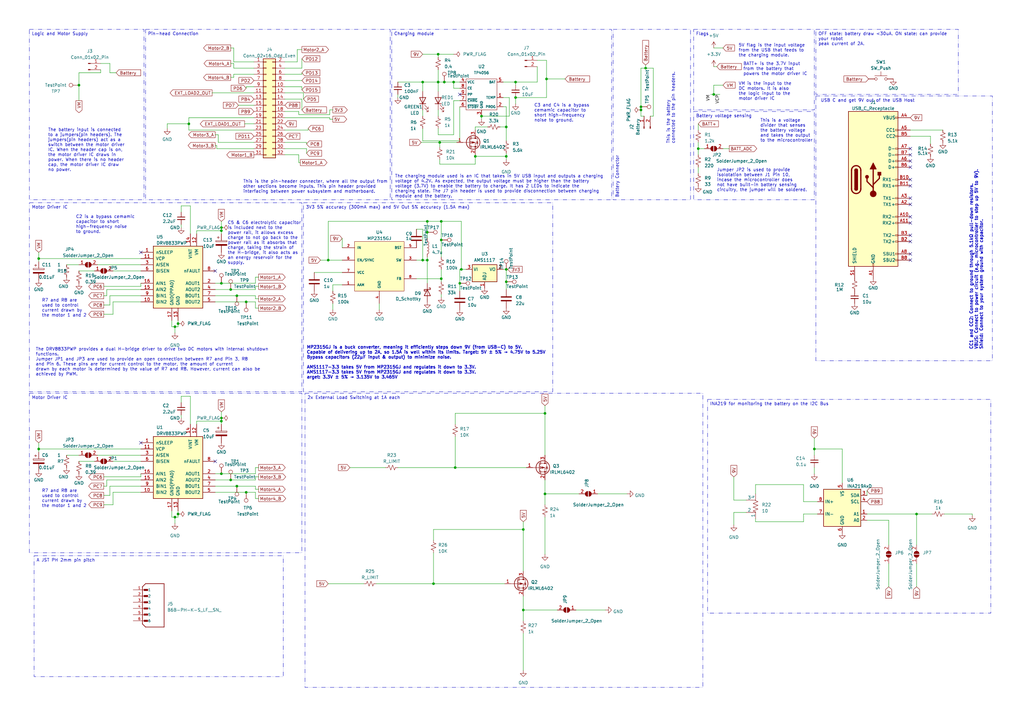
<source format=kicad_sch>
(kicad_sch (version 20230121) (generator eeschema)
  (paper "A3")
  (title_block (title "Power Circuit Schematic") (date "2025-03-28") (rev "3") (company "EEE3088F") (comment 1 "Group: 11") (comment 2 "Author: Liyabona Sodoza & Thabo Chego"))
  (lib_symbols
    (symbol "B6B-PH-K-S_LF__SN_:B6B-PH-K-S_LF__SN_" (pin_names (offset 1.016))
      (property "Reference" "J" (at -2.54 8.89 0))
      (property "Value" "B6B-PH-K-S_LF__SN_" (at -2.54 -12.7 0))
      (symbol "B6B-PH-K-S_LF__SN__0_0"
        (pin passive line (at -7.62 5.08 0) (length 5.08) (name "1") (number "1"))
        (pin passive line (at -7.62 2.54 0) (length 5.08) (name "2") (number "2"))
        (pin passive line (at -7.62 0 0) (length 5.08) (name "3") (number "3"))
        (pin passive line (at -7.62 -2.54 0) (length 5.08) (name "4") (number "4"))
        (pin passive line (at -7.62 -5.08 0) (length 5.08) (name "5") (number "5"))
        (pin passive line (at -7.62 -7.62 0) (length 5.08) (name "6") (number "6"))
      )
    )
    (symbol "Connector:Conn_01x02_Pin" (pin_names (offset 1.016) hide)
      (property "Reference" "J" (at 0 2.54 0))
      (property "Value" "Conn_01x02_Pin" (at 0 -5.08 0))
      (symbol "Conn_01x02_Pin_1_1"
        (pin passive line (at 5.08 0 180) (length 3.81) (name "Pin_1") (number "1"))
        (pin passive line (at 5.08 -2.54 180) (length 3.81) (name "Pin_2") (number "2"))
      )
    )
    (symbol "Connector:TestPoint" (pin_numbers hide) (pin_names (offset 0.762) hide)
      (property "Reference" "TP" (at 0 6.858 0))
      (property "Value" "TestPoint" (at 0 5.08 0))
      (symbol "TestPoint_1_1"
        (pin passive line (at 0 0 90) (length 2.54) (name "1") (number "1"))
      )
    )
    (symbol "Connector:USB_C_Receptacle" (pin_names (offset 1.016))
      (property "Reference" "J" (at -10.16 29.21 0))
      (property "Value" "USB_C_Receptacle" (at 10.16 29.21 0))
      (symbol "USB_C_Receptacle_1_1"
        (pin passive line (at 0 -40.64 90) (length 5.08) (name "GND") (number "A1"))
        (pin bidirectional line (at 15.24 -15.24 180) (length 5.08) (name "RX2-") (number "A10"))
        (pin bidirectional line (at 15.24 -17.78 180) (length 5.08) (name "RX2+") (number "A11"))
        (pin passive line (at 0 -40.64 90) (length 5.08) hide (name "GND") (number "A12"))
        (pin bidirectional line (at 15.24 -10.16 180) (length 5.08) (name "TX1+") (number "A2"))
        (pin bidirectional line (at 15.24 -7.62 180) (length 5.08) (name "TX1-") (number "A3"))
        (pin passive line (at 15.24 25.4 180) (length 5.08) (name "VBUS") (number "A4"))
        (pin bidirectional line (at 15.24 20.32 180) (length 5.08) (name "CC1") (number "A5"))
        (pin bidirectional line (at 15.24 7.62 180) (length 5.08) (name "D+") (number "A6"))
        (pin bidirectional line (at 15.24 12.7 180) (length 5.08) (name "D-") (number "A7"))
        (pin bidirectional line (at 15.24 -30.48 180) (length 5.08) (name "SBU1") (number "A8"))
        (pin passive line (at 15.24 25.4 180) (length 5.08) hide (name "VBUS") (number "A9"))
        (pin passive line (at 0 -40.64 90) (length 5.08) hide (name "GND") (number "B1"))
        (pin bidirectional line (at 15.24 0 180) (length 5.08) (name "RX1-") (number "B10"))
        (pin bidirectional line (at 15.24 -2.54 180) (length 5.08) (name "RX1+") (number "B11"))
        (pin passive line (at 0 -40.64 90) (length 5.08) hide (name "GND") (number "B12"))
        (pin bidirectional line (at 15.24 -25.4 180) (length 5.08) (name "TX2+") (number "B2"))
        (pin bidirectional line (at 15.24 -22.86 180) (length 5.08) (name "TX2-") (number "B3"))
        (pin passive line (at 15.24 25.4 180) (length 5.08) hide (name "VBUS") (number "B4"))
        (pin bidirectional line (at 15.24 17.78 180) (length 5.08) (name "CC2") (number "B5"))
        (pin bidirectional line (at 15.24 5.08 180) (length 5.08) (name "D+") (number "B6"))
        (pin bidirectional line (at 15.24 10.16 180) (length 5.08) (name "D-") (number "B7"))
        (pin bidirectional line (at 15.24 -33.02 180) (length 5.08) (name "SBU2") (number "B8"))
        (pin passive line (at 15.24 25.4 180) (length 5.08) hide (name "VBUS") (number "B9"))
        (pin passive line (at -7.62 -40.64 90) (length 5.08) (name "SHIELD") (number "S1"))
      )
    )
    (symbol "Connector_Generic:Conn_02x16_Odd_Even" (pin_names (offset 1.016) hide)
      (property "Reference" "J" (at 1.27 20.32 0))
      (property "Value" "Conn_02x16_Odd_Even" (at 1.27 -22.86 0))
      (symbol "Conn_02x16_Odd_Even_1_1"
        (pin passive line (at -5.08 17.78 0) (length 3.81) (name "Pin_1") (number "1"))
        (pin passive line (at 7.62 7.62 180) (length 3.81) (name "Pin_10") (number "10"))
        (pin passive line (at -5.08 5.08 0) (length 3.81) (name "Pin_11") (number "11"))
        (pin passive line (at 7.62 5.08 180) (length 3.81) (name "Pin_12") (number "12"))
        (pin passive line (at -5.08 2.54 0) (length 3.81) (name "Pin_13") (number "13"))
        (pin passive line (at 7.62 2.54 180) (length 3.81) (name "Pin_14") (number "14"))
        (pin passive line (at -5.08 0 0) (length 3.81) (name "Pin_15") (number "15"))
        (pin passive line (at 7.62 0 180) (length 3.81) (name "Pin_16") (number "16"))
        (pin passive line (at -5.08 -2.54 0) (length 3.81) (name "Pin_17") (number "17"))
        (pin passive line (at 7.62 -2.54 180) (length 3.81) (name "Pin_18") (number "18"))
        (pin passive line (at -5.08 -5.08 0) (length 3.81) (name "Pin_19") (number "19"))
        (pin passive line (at 7.62 17.78 180) (length 3.81) (name "Pin_2") (number "2"))
        (pin passive line (at 7.62 -5.08 180) (length 3.81) (name "Pin_20") (number "20"))
        (pin passive line (at -5.08 -7.62 0) (length 3.81) (name "Pin_21") (number "21"))
        (pin passive line (at 7.62 -7.62 180) (length 3.81) (name "Pin_22") (number "22"))
        (pin passive line (at -5.08 -10.16 0) (length 3.81) (name "Pin_23") (number "23"))
        (pin passive line (at 7.62 -10.16 180) (length 3.81) (name "Pin_24") (number "24"))
        (pin passive line (at -5.08 -12.7 0) (length 3.81) (name "Pin_25") (number "25"))
        (pin passive line (at 7.62 -12.7 180) (length 3.81) (name "Pin_26") (number "26"))
        (pin passive line (at -5.08 -15.24 0) (length 3.81) (name "Pin_27") (number "27"))
        (pin passive line (at 7.62 -15.24 180) (length 3.81) (name "Pin_28") (number "28"))
        (pin passive line (at -5.08 -17.78 0) (length 3.81) (name "Pin_29") (number "29"))
        (pin passive line (at -5.08 15.24 0) (length 3.81) (name "Pin_3") (number "3"))
        (pin passive line (at 7.62 -17.78 180) (length 3.81) (name "Pin_30") (number "30"))
        (pin passive line (at -5.08 -20.32 0) (length 3.81) (name "Pin_31") (number "31"))
        (pin passive line (at 7.62 -20.32 180) (length 3.81) (name "Pin_32") (number "32"))
        (pin passive line (at 7.62 15.24 180) (length 3.81) (name "Pin_4") (number "4"))
        (pin passive line (at -5.08 12.7 0) (length 3.81) (name "Pin_5") (number "5"))
        (pin passive line (at 7.62 12.7 180) (length 3.81) (name "Pin_6") (number "6"))
        (pin passive line (at -5.08 10.16 0) (length 3.81) (name "Pin_7") (number "7"))
        (pin passive line (at 7.62 10.16 180) (length 3.81) (name "Pin_8") (number "8"))
        (pin passive line (at -5.08 7.62 0) (length 3.81) (name "Pin_9") (number "9"))
      )
    )
    (symbol "Device:C" (pin_numbers hide) (pin_names (offset 0.254))
      (property "Reference" "C" (at 0.635 2.54 0))
      (property "Value" "C" (at 0.635 -2.54 0))
      (symbol "C_1_1"
        (pin passive line (at 0 3.81 270) (length 2.794) (name "~") (number "1"))
        (pin passive line (at 0 -3.81 90) (length 2.794) (name "~") (number "2"))
      )
    )
    (symbol "Device:C_Polarized" (pin_numbers hide) (pin_names (offset 0.254))
      (property "Reference" "C" (at 0.635 2.54 0))
      (property "Value" "C_Polarized" (at 0.635 -2.54 0))
      (symbol "C_Polarized_1_1"
        (pin passive line (at 0 3.81 270) (length 2.794) (name "~") (number "1"))
        (pin passive line (at 0 -3.81 90) (length 2.794) (name "~") (number "2"))
      )
    )
    (symbol "Device:C_Small" (pin_numbers hide) (pin_names (offset 0.254) hide)
      (property "Reference" "C" (at 0.254 1.778 0))
      (property "Value" "C_Small" (at 0.254 -2.032 0))
      (symbol "C_Small_1_1"
        (pin passive line (at 0 2.54 270) (length 2.032) (name "~") (number "1"))
        (pin passive line (at 0 -2.54 90) (length 2.032) (name "~") (number "2"))
      )
    )
    (symbol "Device:D_Schottky" (pin_numbers hide) (pin_names (offset 1.016) hide)
      (property "Reference" "D" (at 0 2.54 0))
      (property "Value" "D_Schottky" (at 0 -2.54 0))
      (symbol "D_Schottky_1_1"
        (pin passive line (at -3.81 0 0) (length 2.54) (name "K") (number "1"))
        (pin passive line (at 3.81 0 180) (length 2.54) (name "A") (number "2"))
      )
    )
    (symbol "Device:L" (pin_numbers hide) (pin_names (offset 1.016) hide)
      (property "Reference" "L" (at -1.27 0 90))
      (property "Value" "L" (at 1.905 0 90))
      (symbol "L_1_1"
        (pin passive line (at 0 3.81 270) (length 1.27) (name "1") (number "1"))
        (pin passive line (at 0 -3.81 90) (length 1.27) (name "2") (number "2"))
      )
    )
    (symbol "Device:LED" (pin_numbers hide) (pin_names (offset 1.016) hide)
      (property "Reference" "D" (at 0 2.54 0))
      (property "Value" "LED" (at 0 -2.54 0))
      (symbol "LED_1_1"
        (pin passive line (at -3.81 0 0) (length 2.54) (name "K") (number "1"))
        (pin passive line (at 3.81 0 180) (length 2.54) (name "A") (number "2"))
      )
    )
    (symbol "Device:R_Shunt_US" (pin_numbers hide) (pin_names (offset 0))
      (property "Reference" "R" (at -5.08 0 90))
      (property "Value" "R_Shunt_US" (at -3.048 0 90))
      (symbol "R_Shunt_US_1_1"
        (pin passive line (at 0 5.08 270) (length 2.54) (name "1") (number "1"))
        (pin passive line (at 3.81 2.54 180) (length 2.54) (name "2") (number "2"))
        (pin passive line (at 3.81 -2.54 180) (length 2.54) (name "3") (number "3"))
        (pin passive line (at 0 -5.08 90) (length 2.54) (name "4") (number "4"))
      )
    )
    (symbol "Device:R_Small_US" (pin_numbers hide) (pin_names (offset 0.254) hide)
      (property "Reference" "R" (at 0.762 0.508 0))
      (property "Value" "R_Small_US" (at 0.762 -1.016 0))
      (symbol "R_Small_US_1_1"
        (pin passive line (at 0 2.54 270) (length 1.016) (name "~") (number "1"))
        (pin passive line (at 0 -2.54 90) (length 1.016) (name "~") (number "2"))
      )
    )
    (symbol "Driver_Motor:DRV8833PWP" (pin_names (offset 1.016))
      (property "Reference" "U" (at -3.81 16.51 0))
      (property "Value" "DRV8833PWP" (at -3.81 13.97 0))
      (symbol "DRV8833PWP_1_1"
        (pin input line (at -15.24 10.16 0) (length 5.08) (name "nSLEEP") (number "1"))
        (pin input line (at -15.24 -10.16 0) (length 5.08) (name "BIN2") (number "10"))
        (pin bidirectional line (at -15.24 7.62 0) (length 5.08) (name "VCP") (number "11"))
        (pin power_in line (at 7.62 17.78 270) (length 5.08) (name "VM") (number "12"))
        (pin power_in line (at 0 -17.78 90) (length 5.08) (name "GND") (number "13"))
        (pin power_in line (at 5.08 17.78 270) (length 5.08) (name "VINT") (number "14"))
        (pin input line (at -15.24 -5.08 0) (length 5.08) (name "AIN2") (number "15"))
        (pin input line (at -15.24 -2.54 0) (length 5.08) (name "AIN1") (number "16"))
        (pin power_in line (at -2.54 -17.78 90) (length 5.08) (name "GND(PPAD)") (number "17"))
        (pin power_out line (at 15.24 -2.54 180) (length 5.08) (name "AOUT1") (number "2"))
        (pin bidirectional line (at -15.24 5.08 0) (length 5.08) (name "AISEN") (number "3"))
        (pin power_out line (at 15.24 -5.08 180) (length 5.08) (name "AOUT2") (number "4"))
        (pin power_out line (at 15.24 -10.16 180) (length 5.08) (name "BOUT2") (number "5"))
        (pin bidirectional line (at -15.24 2.54 0) (length 5.08) (name "BISEN") (number "6"))
        (pin power_out line (at 15.24 -7.62 180) (length 5.08) (name "BOUT1") (number "7"))
        (pin open_collector line (at 15.24 2.54 180) (length 5.08) (name "nFAULT") (number "8"))
        (pin input line (at -15.24 -7.62 0) (length 5.08) (name "BIN1") (number "9"))
      )
    )
    (symbol "Jumper:SolderJumper_2_Open" (pin_names (offset 0) hide)
      (property "Reference" "JP" (at 0 2.032 0))
      (property "Value" "SolderJumper_2_Open" (at 0 -2.54 0))
      (symbol "SolderJumper_2_Open_1_1"
        (pin passive line (at -3.81 0 0) (length 2.54) (name "A") (number "1"))
        (pin passive line (at 3.81 0 180) (length 2.54) (name "B") (number "2"))
      )
    )
    (symbol "MP2315GJ:MP2315GJ" (pin_names (offset 1.016))
      (property "Reference" "U" (at 5.08 20.32 0))
      (property "Value" "MP2315GJ" (at 5.08 17.78 0))
      (symbol "MP2315GJ_0_0"
        (pin bidirectional line (at -5.08 2.54 0) (length 5.08) (name "AAM") (number "1"))
        (pin bidirectional line (at -5.08 17.78 0) (length 5.08) (name "IN") (number "2"))
        (pin bidirectional line (at 25.4 12.7 180) (length 5.08) (name "SW") (number "3"))
        (pin bidirectional line (at 10.16 -5.08 90) (length 5.08) (name "GND") (number "4"))
        (pin bidirectional line (at 25.4 17.78 180) (length 5.08) (name "BST") (number "5"))
        (pin bidirectional line (at -5.08 12.7 0) (length 5.08) (name "EN/SYNC") (number "6"))
        (pin bidirectional line (at -5.08 7.62 0) (length 5.08) (name "VCC") (number "7"))
        (pin bidirectional line (at 25.4 5.08 180) (length 5.08) (name "FB") (number "8"))
      )
    )
    (symbol "Regulator_Linear:AMS1117"
      (property "Reference" "U" (at -3.81 3.175 0))
      (property "Value" "AMS1117" (at 0 3.175 0))
      (symbol "AMS1117_1_1"
        (pin input line (at 0 -7.62 90) (length 2.54) (name "ADJ") (number "1"))
        (pin power_out line (at 7.62 0 180) (length 2.54) (name "VO") (number "2"))
        (pin power_in line (at -7.62 0 0) (length 2.54) (name "VI") (number "3"))
      )
    )
    (symbol "Sensor_Energy:INA219AxD"
      (property "Reference" "U" (at -6.35 8.89 0))
      (property "Value" "INA219AxD" (at 5.08 8.89 0))
      (symbol "INA219AxD_1_1"
        (pin input line (at 10.16 -2.54 180) (length 2.54) (name "A1") (number "1"))
        (pin input line (at 10.16 -5.08 180) (length 2.54) (name "A0") (number "2"))
        (pin bidirectional line (at 10.16 5.08 180) (length 2.54) (name "SDA") (number "3"))
        (pin input line (at 10.16 2.54 180) (length 2.54) (name "SCL") (number "4"))
        (pin power_in line (at 0 10.16 270) (length 2.54) (name "VS") (number "5"))
        (pin power_in line (at 0 -10.16 90) (length 2.54) (name "GND") (number "6"))
        (pin input line (at -10.16 -2.54 0) (length 2.54) (name "IN-") (number "7"))
        (pin input line (at -10.16 2.54 0) (length 2.54) (name "IN+") (number "8"))
      )
    )
    (symbol "Switch:SW_Push" (pin_numbers hide) (pin_names (offset 1.016) hide)
      (property "Reference" "SW" (at 1.27 2.54 0))
      (property "Value" "SW_Push" (at 0 -1.524 0))
      (symbol "SW_Push_0_1"
        (pin passive line (at -5.08 0 0) (length 2.54) (name "1") (number "1"))
        (pin passive line (at 5.08 0 180) (length 2.54) (name "2") (number "2"))
      )
    )
    (symbol "Transistor_FET:IRLML6402" (pin_names hide)
      (property "Reference" "Q" (at 5.08 1.905 0))
      (property "Value" "IRLML6402" (at 5.08 0 0))
      (symbol "IRLML6402_1_1"
        (pin input line (at -5.08 0 0) (length 2.54) (name "G") (number "1"))
        (pin passive line (at 2.54 -5.08 90) (length 2.54) (name "S") (number "2"))
        (pin passive line (at 2.54 5.08 270) (length 2.54) (name "D") (number "3"))
      )
    )
    (symbol "power:+3.3V" (power) (pin_names (offset 0))
      (property "Value" "+3.3V" (at 0 3.556 0))
      (symbol "+3.3V_1_1"
        (pin power_in line (at 0 0 90) (length 0) hide (name "+3.3V") (number "1"))
      )
    )
    (symbol "power:+5V" (power) (pin_names (offset 0))
      (property "Value" "+5V" (at 0 3.556 0))
      (symbol "+5V_1_1"
        (pin power_in line (at 0 0 90) (length 0) hide (name "+5V") (number "1"))
      )
    )
    (symbol "power:GND" (power) (pin_names (offset 0))
      (property "Value" "GND" (at 0 -3.81 0))
      (symbol "GND_1_1"
        (pin power_in line (at 0 0 270) (length 0) hide (name "GND") (number "1"))
      )
    )
    (symbol "power:PWR_FLAG" (power) (pin_numbers hide) (pin_names (offset 0) hide)
      (property "Value" "PWR_FLAG" (at 0 3.81 0))
      (symbol "PWR_FLAG_0_0"
        (pin power_out line (at 0 0 90) (length 0) (name "pwr") (number "1"))
      )
    )
    (symbol "tp4056:TP4056"
      (property "Reference" "U" (at 1.27 13.97 0))
      (property "Value" "TP4056" (at 8.89 13.97 0))
      (symbol "TP4056_1_1"
        (pin input line (at 15.24 5.08 180) (length 2.54) (name "TEMP") (number "1"))
        (pin input line (at 15.24 1.27 180) (length 2.54) (name "PROG") (number "2"))
        (pin input line (at 6.35 -2.54 90) (length 2.54) (name "GND") (number "3"))
        (pin input line (at -2.54 11.43 0) (length 2.54) (name "VCC") (number "4"))
        (pin input line (at 15.24 11.43 180) (length 2.54) (name "BAT") (number "5"))
        (pin input line (at -2.54 1.27 0) (length 2.54) (name "~{STDBY}") (number "6"))
        (pin input line (at -2.54 3.81 0) (length 2.54) (name "~{CHRG}") (number "7"))
        (pin input line (at -2.54 8.89 0) (length 2.54) (name "CE") (number "8"))
        (pin input line (at -2.54 6.35 0) (length 2.54) (name "PP") (number "9"))
      )
    )
  )
  (junction (at 180.975 90.805))
  (junction (at 90.805 171.45))
  (junction (at 214.63 250.19))
  (junction (at 73.025 210.82))
  (junction (at 211.455 33.655))
  (junction (at 15.875 184.15))
  (junction (at 90.805 93.345))
  (junction (at 100.965 123.825))
  (junction (at 71.755 133.985))
  (junction (at 77.47 50.8))
  (junction (at 90.805 116.205))
  (junction (at 97.155 199.39))
  (junction (at 189.23 110.49))
  (junction (at 182.245 33.655))
  (junction (at 188.595 116.205))
  (junction (at 223.52 202.565))
  (junction (at 97.155 121.285))
  (junction (at 179.705 22.225))
  (junction (at 292.735 38.735))
  (junction (at 180.975 98.425))
  (junction (at 223.52 169.545))
  (junction (at 100.965 201.93))
  (junction (at 207.645 110.49))
  (junction (at 207.645 64.135))
  (junction (at 179.705 33.655))
  (junction (at 262.89 43.815))
  (junction (at 177.8 239.395))
  (junction (at 375.92 210.82))
  (junction (at 90.805 94.615))
  (junction (at 94.615 118.745))
  (junction (at 32.385 34.925))
  (junction (at 186.69 191.77))
  (junction (at 134.62 106.68))
  (junction (at 194.945 64.135))
  (junction (at 286.385 60.96))
  (junction (at 197.485 47.625))
  (junction (at 173.355 106.68))
  (junction (at 180.975 114.3))
  (junction (at 262.89 45.085))
  (junction (at 334.01 184.15))
  (junction (at 186.055 33.655))
  (junction (at 173.355 33.655))
  (junction (at 73.025 132.715))
  (junction (at 180.34 58.42))
  (junction (at 207.645 52.07))
  (junction (at 15.875 106.045))
  (junction (at 71.755 212.09))
  (junction (at 94.615 196.85))
  (junction (at 224.155 32.385))
  (junction (at 175.26 106.68))
  (junction (at 264.795 27.94))
  (junction (at 207.645 115.57))
  (junction (at 175.26 95.25))
  (junction (at 214.63 217.17))
  (junction (at 211.455 40.005))
  (junction (at 175.26 90.805))
  (junction (at 90.805 194.31))
  (junction (at 90.805 172.72))
  (no_connect (at 373.38 73.66))
  (no_connect (at 373.38 83.82))
  (no_connect (at 88.265 111.125))
  (no_connect (at 373.38 99.06))
  (no_connect (at 373.38 106.68))
  (no_connect (at 373.38 88.9))
  (no_connect (at 373.38 63.5))
  (no_connect (at 188.595 38.735))
  (no_connect (at 373.38 91.44))
  (no_connect (at 373.38 76.2))
  (no_connect (at 57.785 181.61))
  (no_connect (at 373.38 66.04))
  (no_connect (at 373.38 96.52))
  (no_connect (at 373.38 104.14))
  (no_connect (at 373.38 60.96))
  (no_connect (at 373.38 81.28))
  (no_connect (at 88.265 189.23))
  (no_connect (at 57.785 103.505))
  (no_connect (at 373.38 68.58))
  (wire (pts (xy 179.705 33.655) (xy 182.245 33.655)))
  (wire (pts (xy 68.58 50.8) (xy 77.47 50.8)))
  (wire (pts (xy 100.965 35.56) (xy 100.965 36.195)))
  (wire (pts (xy 42.545 195.58) (xy 57.785 195.58)))
  (wire (pts (xy 78.105 84.455) (xy 74.295 84.455)))
  (wire (pts (xy 41.275 29.845) (xy 32.385 29.845)))
  (wire (pts (xy 375.92 223.52) (xy 375.92 210.82)))
  (wire (pts (xy 335.28 205.74) (xy 329.565 205.74)))
  (wire (pts (xy 106.045 200.66) (xy 104.775 200.66)))
  (wire (pts (xy 121.92 20.32) (xy 123.825 20.32)))
  (wire (pts (xy 45.085 199.39) (xy 57.785 199.39)))
  (wire (pts (xy 286.385 50.8) (xy 286.385 53.34)))
  (wire (pts (xy 78.105 162.56) (xy 74.295 162.56)))
  (wire (pts (xy 71.755 133.985) (xy 71.755 136.525)))
  (wire (pts (xy 173.355 106.68) (xy 175.26 106.68)))
  (wire (pts (xy 32.385 189.23) (xy 38.735 189.23)))
  (wire (pts (xy 104.775 191.77) (xy 104.775 194.31)))
  (wire (pts (xy 73.025 131.445) (xy 73.025 132.715)))
  (wire (pts (xy 364.49 213.36) (xy 364.49 223.52)))
  (wire (pts (xy 200.025 52.07) (xy 194.945 52.07)))
  (wire (pts (xy 104.775 196.85) (xy 94.615 196.85)))
  (wire (pts (xy 334.01 179.705) (xy 334.01 184.15)))
  (wire (pts (xy 134.62 90.805) (xy 134.62 106.68)))
  (wire (pts (xy 194.945 64.135) (xy 207.645 64.135)))
  (wire (pts (xy 47.625 29.845) (xy 45.085 29.845)))
  (wire (pts (xy 70.485 131.445) (xy 70.485 133.985)))
  (wire (pts (xy 40.005 186.69) (xy 57.785 186.69)))
  (wire (pts (xy 122.555 46.99) (xy 135.255 46.99)))
  (wire (pts (xy 123.825 29.845) (xy 123.825 30.48)))
  (wire (pts (xy 194.945 63.5) (xy 194.945 64.135)))
  (wire (pts (xy 179.705 33.655) (xy 179.705 37.465)))
  (wire (pts (xy 90.805 168.91) (xy 90.805 171.45)))
  (wire (pts (xy 267.97 47.625) (xy 266.7 47.625)))
  (wire (pts (xy 100.965 201.93) (xy 88.265 201.93)))
  (wire (pts (xy 77.47 53.34) (xy 77.47 50.8)))
  (wire (pts (xy 86.995 38.1) (xy 104.14 38.1)))
  (wire (pts (xy 15.875 107.315) (xy 15.875 106.045)))
  (wire (pts (xy 180.975 120.65) (xy 180.975 121.92)))
  (wire (pts (xy 173.355 33.655) (xy 173.355 37.465)))
  (wire (pts (xy 155.575 124.46) (xy 155.575 127)))
  (wire (pts (xy 224.155 32.385) (xy 231.775 32.385)))
  (wire (pts (xy 104.775 121.285) (xy 97.155 121.285)))
  (wire (pts (xy 309.88 198.755) (xy 309.88 202.565)))
  (wire (pts (xy 106.045 117.475) (xy 104.775 117.475)))
  (wire (pts (xy 180.975 114.3) (xy 180.975 115.57)))
  (wire (pts (xy 116.84 58.42) (xy 125.73 58.42)))
  (wire (pts (xy 122.555 66.675) (xy 123.19 66.675)))
  (wire (pts (xy 104.14 53.34) (xy 77.47 53.34)))
  (wire (pts (xy 122.555 63.5) (xy 122.555 66.675)))
  (wire (pts (xy 116.84 30.48) (xy 123.825 30.48)))
  (wire (pts (xy 286.385 68.58) (xy 286.385 71.12)))
  (wire (pts (xy 177.8 221.615) (xy 177.8 217.17)))
  (wire (pts (xy 214.63 244.475) (xy 214.63 250.19)))
  (wire (pts (xy 95.885 27.94) (xy 95.885 26.035)))
  (wire (pts (xy 177.8 226.695) (xy 177.8 239.395)))
  (wire (pts (xy 175.26 90.805) (xy 175.26 95.25)))
  (wire (pts (xy 104.775 117.475) (xy 104.775 118.745)))
  (wire (pts (xy 90.805 93.345) (xy 90.805 94.615)))
  (wire (pts (xy 100.965 123.825) (xy 88.265 123.825)))
  (wire (pts (xy 296.545 60.96) (xy 299.085 60.96)))
  (wire (pts (xy 186.055 41.275) (xy 188.595 41.275)))
  (wire (pts (xy 173.355 45.085) (xy 173.355 47.625)))
  (wire (pts (xy 104.775 201.93) (xy 100.965 201.93)))
  (wire (pts (xy 95.885 31.75) (xy 95.885 30.48)))
  (wire (pts (xy 140.335 97.79) (xy 140.335 101.6)))
  (wire (pts (xy 70.485 212.09) (xy 71.755 212.09)))
  (wire (pts (xy 175.26 106.68) (xy 175.26 116.205)))
  (wire (pts (xy 32.385 111.125) (xy 38.735 111.125)))
  (wire (pts (xy 188.595 116.205) (xy 188.595 110.49)))
  (wire (pts (xy 42.545 199.39) (xy 43.815 199.39)))
  (wire (pts (xy 123.825 40.64) (xy 116.84 40.64)))
  (wire (pts (xy 179.705 28.575) (xy 179.705 33.655)))
  (wire (pts (xy 205.105 52.07) (xy 207.645 52.07)))
  (wire (pts (xy 355.6 201.295) (xy 355.6 203.2)))
  (wire (pts (xy 124.46 38.1) (xy 124.46 40.64)))
  (wire (pts (xy 116.84 60.96) (xy 125.73 60.96)))
  (wire (pts (xy 286.385 58.42) (xy 286.385 60.96)))
  (wire (pts (xy 123.825 35.56) (xy 123.825 36.83)))
  (wire (pts (xy 300.99 210.185) (xy 300.99 215.265)))
  (wire (pts (xy 309.88 212.725) (xy 309.88 213.995)))
  (wire (pts (xy 77.47 50.8) (xy 77.47 48.26)))
  (wire (pts (xy 90.805 116.205) (xy 104.775 116.205)))
  (wire (pts (xy 381.635 59.055) (xy 381.635 55.88)))
  (wire (pts (xy 106.045 113.665) (xy 104.775 113.665)))
  (wire (pts (xy 104.775 113.665) (xy 104.775 116.205)))
  (wire (pts (xy 97.79 43.18) (xy 104.14 43.18)))
  (wire (pts (xy 329.565 213.995) (xy 329.565 210.82)))
  (wire (pts (xy 186.055 33.655) (xy 188.595 33.655)))
  (wire (pts (xy 134.62 106.68) (xy 140.335 106.68)))
  (wire (pts (xy 206.375 110.49) (xy 207.645 110.49)))
  (wire (pts (xy 211.455 33.655) (xy 211.455 34.925)))
  (wire (pts (xy 334.01 184.15) (xy 334.01 186.69)))
  (wire (pts (xy 170.815 106.68) (xy 173.355 106.68)))
  (wire (pts (xy 116.84 38.1) (xy 124.46 38.1)))
  (wire (pts (xy 136.525 119.38) (xy 136.525 116.84)))
  (wire (pts (xy 116.84 63.5) (xy 122.555 63.5)))
  (wire (pts (xy 180.34 65.405) (xy 180.34 67.31)))
  (wire (pts (xy 223.52 196.85) (xy 223.52 202.565)))
  (wire (pts (xy 214.63 250.19) (xy 228.6 250.19)))
  (wire (pts (xy 194.945 52.07) (xy 194.945 53.34)))
  (wire (pts (xy 116.84 27.94) (xy 123.825 27.94)))
  (wire (pts (xy 163.195 191.77) (xy 186.69 191.77)))
  (wire (pts (xy 104.775 200.66) (xy 104.775 199.39)))
  (wire (pts (xy 224.155 24.765) (xy 224.155 32.385)))
  (wire (pts (xy 90.805 173.99) (xy 90.805 172.72)))
  (wire (pts (xy 214.63 213.995) (xy 214.63 217.17)))
  (wire (pts (xy 42.545 207.01) (xy 46.355 207.01)))
  (wire (pts (xy 177.8 217.17) (xy 214.63 217.17)))
  (wire (pts (xy 116.84 48.26) (xy 135.255 48.26)))
  (wire (pts (xy 77.47 48.26) (xy 104.14 48.26)))
  (wire (pts (xy 208.915 47.625) (xy 197.485 47.625)))
  (wire (pts (xy 116.84 45.72) (xy 122.555 45.72)))
  (wire (pts (xy 104.775 122.555) (xy 104.775 121.285)))
  (wire (pts (xy 211.455 33.655) (xy 220.345 33.655)))
  (wire (pts (xy 125.73 60.96) (xy 125.73 62.865)))
  (wire (pts (xy 180.34 58.42) (xy 187.325 58.42)))
  (wire (pts (xy 188.595 57.785) (xy 188.595 43.815)))
  (wire (pts (xy 207.645 115.57) (xy 207.645 118.745)))
  (wire (pts (xy 180.34 67.31) (xy 194.945 67.31)))
  (wire (pts (xy 292.735 38.735) (xy 295.275 38.735)))
  (wire (pts (xy 116.84 33.02) (xy 123.825 33.02)))
  (wire (pts (xy 122.555 45.72) (xy 122.555 46.99)))
  (wire (pts (xy 73.025 212.09) (xy 71.755 212.09)))
  (wire (pts (xy 42.545 128.905) (xy 46.355 128.905)))
  (wire (pts (xy 292.735 19.685) (xy 296.545 19.685)))
  (wire (pts (xy 292.735 34.925) (xy 292.735 38.735)))
  (wire (pts (xy 306.07 210.185) (xy 300.99 210.185)))
  (wire (pts (xy 95.885 25.4) (xy 95.885 19.685)))
  (wire (pts (xy 104.775 199.39) (xy 97.155 199.39)))
  (wire (pts (xy 207.645 62.865) (xy 207.645 64.135)))
  (wire (pts (xy 177.8 239.395) (xy 207.01 239.395)))
  (wire (pts (xy 300.99 205.105) (xy 300.99 195.58)))
  (wire (pts (xy 264.795 27.94) (xy 264.795 26.67)))
  (wire (pts (xy 104.775 123.825) (xy 100.965 123.825)))
  (wire (pts (xy 57.785 117.475) (xy 57.785 116.205)))
  (wire (pts (xy 175.26 95.25) (xy 175.26 97.79)))
  (wire (pts (xy 179.705 55.245) (xy 186.055 55.245)))
  (wire (pts (xy 197.485 48.895) (xy 197.485 47.625)))
  (wire (pts (xy 15.875 185.42) (xy 15.875 184.15)))
  (wire (pts (xy 80.645 95.885) (xy 80.645 94.615)))
  (wire (pts (xy 70.485 209.55) (xy 70.485 212.09)))
  (wire (pts (xy 186.69 179.07) (xy 186.69 191.77)))
  (wire (pts (xy 97.155 121.285) (xy 88.265 121.285)))
  (wire (pts (xy 90.805 194.31) (xy 104.775 194.31)))
  (wire (pts (xy 135.255 48.26) (xy 135.255 48.895)))
  (wire (pts (xy 88.9 60.96) (xy 88.9 59.69)))
  (wire (pts (xy 267.97 27.94) (xy 264.795 27.94)))
  (wire (pts (xy 78.105 95.885) (xy 78.105 84.455)))
  (wire (pts (xy 89.535 55.245) (xy 89.535 58.42)))
  (wire (pts (xy 223.52 212.09) (xy 223.52 227.33)))
  (wire (pts (xy 104.775 204.47) (xy 104.775 201.93)))
  (wire (pts (xy 123.825 45.085) (xy 123.825 40.64)))
  (wire (pts (xy 32.385 34.925) (xy 32.385 41.275)))
  (wire (pts (xy 136.525 124.46) (xy 136.525 127)))
  (wire (pts (xy 123.825 24.13) (xy 123.825 27.94)))
  (wire (pts (xy 186.69 191.77) (xy 215.9 191.77)))
  (wire (pts (xy 375.92 231.14) (xy 375.92 240.665)))
  (wire (pts (xy 186.69 169.545) (xy 223.52 169.545)))
  (wire (pts (xy 245.11 202.565) (xy 257.175 202.565)))
  (wire (pts (xy 95.885 19.685) (xy 94.615 19.685)))
  (wire (pts (xy 106.045 204.47) (xy 104.775 204.47)))
  (wire (pts (xy 15.875 106.045) (xy 57.785 106.045)))
  (wire (pts (xy 173.355 22.225) (xy 179.705 22.225)))
  (wire (pts (xy 189.23 110.49) (xy 191.135 110.49)))
  (wire (pts (xy 73.025 210.82) (xy 73.025 212.09)))
  (wire (pts (xy 46.355 189.23) (xy 57.785 189.23)))
  (wire (pts (xy 116.84 53.34) (xy 126.365 53.34)))
  (wire (pts (xy 74.295 84.455) (xy 74.295 86.995)))
  (wire (pts (xy 286.385 60.96) (xy 288.925 60.96)))
  (wire (pts (xy 70.485 133.985) (xy 71.755 133.985)))
  (wire (pts (xy 116.84 25.4) (xy 121.92 25.4)))
  (wire (pts (xy 78.105 173.99) (xy 78.105 162.56)))
  (wire (pts (xy 381.635 55.88) (xy 373.38 55.88)))
  (wire (pts (xy 223.52 166.37) (xy 223.52 169.545)))
  (wire (pts (xy 94.615 31.75) (xy 95.885 31.75)))
  (wire (pts (xy 309.88 213.995) (xy 329.565 213.995)))
  (wire (pts (xy 88.9 59.69) (xy 88.265 59.69)))
  (wire (pts (xy 94.615 196.85) (xy 88.265 196.85)))
  (wire (pts (xy 355.6 213.36) (xy 364.49 213.36)))
  (wire (pts (xy 135.255 45.085) (xy 136.525 45.085)))
  (wire (pts (xy 136.525 116.84) (xy 140.335 116.84)))
  (wire (pts (xy 173.355 93.98) (xy 173.355 106.68)))
  (wire (pts (xy 43.815 199.39) (xy 43.815 196.85)))
  (wire (pts (xy 32.385 29.845) (xy 32.385 34.925)))
  (wire (pts (xy 180.975 105.41) (xy 180.975 98.425)))
  (wire (pts (xy 94.615 118.745) (xy 88.265 118.745)))
  (wire (pts (xy 180.975 114.3) (xy 180.975 110.49)))
  (wire (pts (xy 182.245 33.655) (xy 186.055 33.655)))
  (wire (pts (xy 43.815 121.285) (xy 43.815 118.745)))
  (wire (pts (xy 375.92 210.82) (xy 382.27 210.82)))
  (wire (pts (xy 236.22 250.19) (xy 248.285 250.19)))
  (wire (pts (xy 180.975 90.805) (xy 175.26 90.805)))
  (wire (pts (xy 43.815 196.85) (xy 57.785 196.85)))
  (wire (pts (xy 214.63 217.17) (xy 214.63 234.315)))
  (wire (pts (xy 100.33 50.8) (xy 104.14 50.8)))
  (wire (pts (xy 175.26 90.805) (xy 134.62 90.805)))
  (wire (pts (xy 154.305 239.395) (xy 177.8 239.395)))
  (wire (pts (xy 73.025 132.715) (xy 73.025 133.985)))
  (wire (pts (xy 173.355 33.655) (xy 179.705 33.655)))
  (wire (pts (xy 90.805 90.805) (xy 90.805 93.345)))
  (wire (pts (xy 74.295 92.075) (xy 74.295 93.345)))
  (wire (pts (xy 80.645 172.72) (xy 90.805 172.72)))
  (wire (pts (xy 46.355 123.825) (xy 57.785 123.825)))
  (wire (pts (xy 106.045 122.555) (xy 104.775 122.555)))
  (wire (pts (xy 262.89 45.085) (xy 262.89 47.625)))
  (wire (pts (xy 179.705 22.225) (xy 179.705 23.495)))
  (wire (pts (xy 15.875 103.505) (xy 15.875 106.045)))
  (wire (pts (xy 207.645 64.135) (xy 207.645 65.405)))
  (wire (pts (xy 208.915 40.005) (xy 206.375 40.005)))
  (wire (pts (xy 126.365 53.34) (xy 126.365 52.705)))
  (wire (pts (xy 42.545 203.2) (xy 45.085 203.2)))
  (wire (pts (xy 214.63 250.19) (xy 214.63 254.635)))
  (wire (pts (xy 131.445 106.68) (xy 134.62 106.68)))
  (wire (pts (xy 143.51 191.77) (xy 158.115 191.77)))
  (wire (pts (xy 90.805 171.45) (xy 90.805 172.72)))
  (wire (pts (xy 387.35 210.82) (xy 398.78 210.82)))
  (wire (pts (xy 97.155 199.39) (xy 88.265 199.39)))
  (wire (pts (xy 398.78 210.82) (xy 398.78 211.455)))
  (wire (pts (xy 90.805 95.885) (xy 90.805 94.615)))
  (wire (pts (xy 180.975 98.425) (xy 180.975 90.805)))
  (wire (pts (xy 292.735 27.305) (xy 294.005 27.305)))
  (wire (pts (xy 116.84 35.56) (xy 123.825 35.56)))
  (wire (pts (xy 163.195 38.735) (xy 163.195 40.005)))
  (wire (pts (xy 42.545 117.475) (xy 57.785 117.475)))
  (wire (pts (xy 41.275 29.845) (xy 41.275 28.575)))
  (wire (pts (xy 211.455 33.655) (xy 206.375 33.655)))
  (wire (pts (xy 71.755 212.09) (xy 71.755 214.63)))
  (wire (pts (xy 46.355 201.93) (xy 57.785 201.93)))
  (wire (pts (xy 188.595 119.38) (xy 188.595 116.205)))
  (wire (pts (xy 42.545 121.285) (xy 43.815 121.285)))
  (wire (pts (xy 223.52 202.565) (xy 223.52 207.01)))
  (wire (pts (xy 134.62 239.395) (xy 149.225 239.395)))
  (wire (pts (xy 214.63 259.715) (xy 214.63 274.955)))
  (wire (pts (xy 95.885 26.035) (xy 94.615 26.035)))
  (wire (pts (xy 80.645 173.99) (xy 80.645 172.72)))
  (wire (pts (xy 170.815 93.98) (xy 173.355 93.98)))
  (wire (pts (xy 179.705 22.225) (xy 186.055 22.225)))
  (wire (pts (xy 179.705 45.085) (xy 179.705 47.625)))
  (wire (pts (xy 329.565 198.755) (xy 309.88 198.755)))
  (wire (pts (xy 45.085 203.2) (xy 45.085 199.39)))
  (wire (pts (xy 104.14 60.96) (xy 88.9 60.96)))
  (wire (pts (xy 45.085 125.095) (xy 45.085 121.285)))
  (wire (pts (xy 211.455 40.005) (xy 224.155 40.005)))
  (wire (pts (xy 104.14 35.56) (xy 100.965 35.56)))
  (wire (pts (xy 68.58 52.705) (xy 68.58 50.8)))
  (wire (pts (xy 345.44 198.12) (xy 345.44 184.15)))
  (wire (pts (xy 211.455 42.545) (xy 211.455 40.005)))
  (wire (pts (xy 46.355 207.01) (xy 46.355 201.93)))
  (wire (pts (xy 329.565 205.74) (xy 329.565 198.755)))
  (wire (pts (xy 179.705 52.705) (xy 179.705 55.245)))
  (wire (pts (xy 189.23 110.49) (xy 189.23 90.805)))
  (wire (pts (xy 15.875 181.61) (xy 15.875 184.15)))
  (wire (pts (xy 88.265 55.245) (xy 89.535 55.245)))
  (wire (pts (xy 121.92 25.4) (xy 121.92 20.32)))
  (wire (pts (xy 207.645 110.49) (xy 208.28 110.49)))
  (wire (pts (xy 334.01 191.77) (xy 334.01 194.31)))
  (wire (pts (xy 80.645 94.615) (xy 90.805 94.615)))
  (wire (pts (xy 106.045 195.58) (xy 104.775 195.58)))
  (wire (pts (xy 104.775 195.58) (xy 104.775 196.85)))
  (wire (pts (xy 172.72 58.42) (xy 180.34 58.42)))
  (wire (pts (xy 220.345 33.655) (xy 220.345 27.305)))
  (wire (pts (xy 163.195 33.655) (xy 173.355 33.655)))
  (wire (pts (xy 208.915 40.005) (xy 208.915 47.625)))
  (wire (pts (xy 364.49 231.14) (xy 364.49 240.665)))
  (wire (pts (xy 345.44 184.15) (xy 334.01 184.15)))
  (wire (pts (xy 262.89 47.625) (xy 264.16 47.625)))
  (wire (pts (xy 262.89 27.94) (xy 264.795 27.94)))
  (wire (pts (xy 223.52 169.545) (xy 223.52 186.69)))
  (wire (pts (xy 45.085 26.035) (xy 45.085 29.845)))
  (wire (pts (xy 135.255 46.99) (xy 135.255 45.085)))
  (wire (pts (xy 189.23 90.805) (xy 180.975 90.805)))
  (wire (pts (xy 57.785 195.58) (xy 57.785 194.31)))
  (wire (pts (xy 45.085 121.285) (xy 57.785 121.285)))
  (wire (pts (xy 220.345 24.765) (xy 224.155 24.765)))
  (wire (pts (xy 104.775 118.745) (xy 94.615 118.745)))
  (wire (pts (xy 43.815 118.745) (xy 57.785 118.745)))
  (wire (pts (xy 194.945 67.31) (xy 194.945 64.135)))
  (wire (pts (xy 175.26 106.68) (xy 175.26 105.41)))
  (wire (pts (xy 41.275 26.035) (xy 45.085 26.035)))
  (wire (pts (xy 180.34 58.42) (xy 180.34 60.325)))
  (wire (pts (xy 104.775 126.365) (xy 104.775 123.825)))
  (wire (pts (xy 262.89 43.815) (xy 262.89 45.085)))
  (wire (pts (xy 262.89 27.94) (xy 262.89 43.815)))
  (wire (pts (xy 27.305 108.585) (xy 32.385 108.585)))
  (wire (pts (xy 40.005 108.585) (xy 57.785 108.585)))
  (wire (pts (xy 74.295 170.18) (xy 74.295 171.45)))
  (wire (pts (xy 46.355 128.905) (xy 46.355 123.825)))
  (wire (pts (xy 104.14 27.94) (xy 95.885 27.94)))
  (wire (pts (xy 188.595 110.49) (xy 189.23 110.49)))
  (wire (pts (xy 88.265 116.205) (xy 90.805 116.205)))
  (wire (pts (xy 292.735 34.925) (xy 296.545 34.925)))
  (wire (pts (xy 373.38 53.34) (xy 386.715 53.34)))
  (wire (pts (xy 173.355 52.705) (xy 173.355 57.785)))
  (wire (pts (xy 46.355 111.125) (xy 57.785 111.125)))
  (wire (pts (xy 73.025 209.55) (xy 73.025 210.82)))
  (wire (pts (xy 286.385 60.96) (xy 286.385 63.5)))
  (wire (pts (xy 15.875 184.15) (xy 57.785 184.15)))
  (wire (pts (xy 42.545 125.095) (xy 45.085 125.095)))
  (wire (pts (xy 186.055 55.245) (xy 186.055 41.275)))
  (wire (pts (xy 125.73 58.42) (xy 125.73 59.055)))
  (wire (pts (xy 73.025 133.985) (xy 71.755 133.985)))
  (wire (pts (xy 188.595 36.195) (xy 186.055 36.195)))
  (wire (pts (xy 95.885 30.48) (xy 104.14 30.48)))
  (wire (pts (xy 128.905 111.76) (xy 140.335 111.76)))
  (wire (pts (xy 173.355 57.785) (xy 188.595 57.785)))
  (wire (pts (xy 104.14 25.4) (xy 95.885 25.4)))
  (wire (pts (xy 207.645 57.785) (xy 207.645 52.07)))
  (wire (pts (xy 106.045 191.77) (xy 104.775 191.77)))
  (wire (pts (xy 375.92 210.82) (xy 355.6 210.82)))
  (wire (pts (xy 89.535 58.42) (xy 104.14 58.42)))
  (wire (pts (xy 292.735 38.735) (xy 291.465 38.735)))
  (wire (pts (xy 223.52 202.565) (xy 237.49 202.565)))
  (wire (pts (xy 207.645 110.49) (xy 207.645 115.57)))
  (wire (pts (xy 267.97 27.94) (xy 267.97 47.625)))
  (wire (pts (xy 186.055 36.195) (xy 186.055 33.655)))
  (wire (pts (xy 106.045 126.365) (xy 104.775 126.365)))
  (wire (pts (xy 207.645 52.07) (xy 207.645 43.815)))
  (wire (pts (xy 186.69 173.99) (xy 186.69 169.545)))
  (wire (pts (xy 224.155 40.005) (xy 224.155 32.385)))
  (wire (pts (xy 74.295 162.56) (xy 74.295 165.1)))
  (wire (pts (xy 135.255 48.895) (xy 136.525 48.895)))
  (wire (pts (xy 306.07 205.105) (xy 300.99 205.105)))
  (wire (pts (xy 329.565 210.82) (xy 335.28 210.82)))
  (wire (pts (xy 207.645 43.815) (xy 206.375 43.815)))
  (wire (pts (xy 170.815 114.3) (xy 180.975 114.3)))
  (wire (pts (xy 88.265 194.31) (xy 90.805 194.31)))
  (wire (pts (xy 27.305 186.69) (xy 32.385 186.69)))
  (text_box "Flags\n" (at 284.48 12.065 0) (size 49.53 33.02) (stroke (width 0) (type dash_dot_dot)) (effects (font (size 1.27 1.27)) (justify left top)))
  (text_box "INA219 for monitoring the battery on the I2C Bus" (at 290.195 163.83 0) (size 116.205 87.63) (stroke (width 0) (type dash_dot_dot)) (effects (font (size 1.27 1.27)) (justify left top)))
  (text_box "Motor Driver IC" (at 12.065 83.185 0) (size 111.76 77.47) (stroke (width 0) (type dash_dot_dot)) (effects (font (size 1.27 1.27)) (justify left top)))
  (text_box " USB C and get 9V out of the USB Host\n\n" (at 334.645 39.37 0) (size 72.39 108.585) (stroke (width 0) (type dash_dot_dot)) (effects (font (size 1.27 1.27)) (justify left top)))
  (text_box "Battery voltage sensing" (at 284.48 45.72 0) (size 49.53 36.195) (stroke (width 0) (type dash_dot_dot)) (effects (font (size 1.27 1.27)) (justify left top)))
  (text_box "3V3 5% accuracy (300mA max) and 5V Out 5% accuracy (1.5A max) \n\n" (at 124.46 83.185 0) (size 102.235 77.47) (stroke (width 0) (type dash_dot_dot)) (effects (font (size 1.27 1.27)) (justify left top)))
  (text_box "OFF state: battery draw <30uA. ON state: can provide your robot \npeak current of 2A.\n\n" (at 334.645 12.065 0) (size 58.42 26.67) (stroke (width 0) (type dash_dot_dot)) (effects (font (size 1.27 1.27)) (justify left top)))
  (text_box "Battery Connector" (at 251.46 12.065 90) (size 31.75 69.85) (stroke (width 0) (type dash_dot_dot)) (effects (font (size 1.27 1.27)) (justify left top)))
  (text_box "Motor Driver IC" (at 12.065 161.29 0) (size 111.76 65.405) (stroke (width 0) (type dash_dot_dot)) (effects (font (size 1.27 1.27)) (justify left top)))
  (text_box "2x External Load Switching at 1A each " (at 125.095 161.29 0) (size 163.195 120.65) (stroke (width 0) (type dash_dot_dot)) (effects (font (size 1.27 1.27)) (justify left top)))
  (text_box "A JST PH 2mm pin pitch" (at 13.97 227.965 0) (size 102.235 49.53) (stroke (width 0) (type dash_dot_dot)) (effects (font (size 1.27 1.27)) (justify left top)))
  (text_box "Pin-head Connection\n" (at 59.69 12.065 0) (size 100.33 69.85) (stroke (width 0) (type dash_dot_dot)) (effects (font (size 1.27 1.27)) (justify left top)))
  (text_box "Charging module" (at 160.655 12.065 0) (size 90.17 69.85) (stroke (width 0) (type dash_dot_dot)) (effects (font (size 1.27 1.27)) (justify left top)))
  (text_box "Logic and Motor Supply" (at 12.065 12.065 0) (size 46.99 69.85) (stroke (width 0) (type dash_dot_dot)) (effects (font (size 1.27 1.27)) (justify left top)))
  (text "The charging module used is an IC that takes in 5V USB input and outputs a charging\nvoltage of 4.2V. As expected, the output voltage must be higher than the battery \nvoltage (3.7V) to enable the battery to charge. It has 2 LEDs to indicate the\ncharging state. The J7 pin header is used to provide disconnection between charging\nmodule and the battery." (at 161.925 81.28 0) (effects (font (size 1.27 1.27)) (justify left bottom)))
  (text "This is the pin-header connecter, where all the output from \nother sections become inputs. This pin header provided\ninterfacing between power subsystem and motherboard." (at 99.695 79.375 0) (effects (font (size 1.27 1.27)) (justify left bottom)))
  (text "BATT+ is the 3.7V input \nfrom the battery that \npowers the motor driver IC" (at 304.8 31.115 0) (effects (font (size 1.27 1.27)) (justify left bottom)))
  (text "C2 is a bypass cemamic \ncapacitor to short \nhigh-frequency noise \nto ground. " (at 31.115 95.885 0) (effects (font (size 1.27 1.27)) (justify left bottom)))
  (text "R7 and R8 are\nused to control\ncurrent drawn by\nthe motor 1 and 2" (at 17.145 208.28 0) (effects (font (size 1.27 1.27)) (justify left bottom)))
  (text "This is a voltage\ndivider that senses\nthe battery voltage\nand takes the output\nto the microcontroller" (at 311.785 58.42 0) (effects (font (size 1.27 1.27)) (justify left bottom)))
  (text "The battery input is connected \nto a jumpers(pin headers). The \njumpers(pin headers) act as a\nswitch between the motor driver\nIC. When the header cap is on,\nthe motor driver IC draws in \npower. When there is no header\ncap, the motor driver IC draw\nno power." (at 19.685 70.485 0) (effects (font (size 1.27 1.27)) (justify left bottom)))
  (text "C3 and C4 is a bypass \ncemamic capacitor to\nshort high-frequency \nnoise to ground. " (at 219.075 50.165 0) (effects (font (size 1.27 1.27)) (justify left bottom)))
  (text "CC1 and CC2: Connect to ground through 5.1kΩ pull-down resistors.\nVBUS: Connect to power circuit (e.g., microcontroller to step up 5V to 9V).\nShield: Connect to your system ground with capacitor.\n" (at 403.225 143.51 90) (effects (font (size 1.27 1.27) (thickness 0.254) bold) (justify left bottom)))
  (text "The DRV8833PWP provides a dual H-bridge driver to drive two DC motors with internal shutdown \nfunctions.\nJumper JP1 and JP3 are used to provide an open connection between R7 and Pin 3, R8 \nand Pin 6. These pins are for current control to the motor, the amount of current \ndrawn by each motor is determined by the value of R7 and R8. However, current can also be \nachieved by PWM." (at 14.605 154.305 0) (effects (font (size 1.27 1.27)) (justify left bottom)))
  (text "C5 & C6 electrolytic capacitor \nis included next to the \npower rail, it allows excess\ncharge to not go back to the\npower rail as it absorbs that\ncharge, taking the strain of\nthe H-bridge, it also acts as\nan energy reservoir for the\nsupply." (at 93.345 108.585 0) (effects (font (size 1.27 1.27)) (justify left bottom)))
  (text "This is the battery \nconnected to the pin headers." (at 276.86 59.055 90) (effects (font (size 1.27 1.27)) (justify left bottom)))
  (text "MP2315GJ is a buck converter, meaning it efficiently steps down 9V (from USB-C) to 5V.\nCapable of delivering up to 2A, so 1.5A is well within its limits. Target: 5V ± 5% → 4.75V to 5.25V\nBypass capacitors (22µF input & output) to minimize noise.\n\nAMS1117-3.3 takes 5V from MP2315GJ and regulates it down to 3.3V. \nAMS1117-3.3 takes 5V from MP2315GJ and regulates it down to 3.3V.\narget: 3.3V ± 5% → 3.135V to 3.465V" (at 125.73 155.575 0) (effects (font (size 1.27 1.27) (thickness 0.254) bold) (justify left bottom)))
  (text "Jumper JP2 is used to provide\nisolotation between J1 Pin 10,\nincase the microcontroller does\nnot have built-in battery sensing \ncircuitry, the jumper will be soldered." (at 294.005 78.74 0) (effects (font (size 1.27 1.27)) (justify left bottom)))
  (text "R7 and R8 are\nused to control\ncurrent drawn by\nthe motor 1 and 2" (at 17.145 130.175 0) (effects (font (size 1.27 1.27)) (justify left bottom)))
  (text "5V flag is the input voltage\nfrom the USB that feeds to \nthe charging module." (at 302.895 23.495 0) (effects (font (size 1.27 1.27)) (justify left bottom)))
  (text "VM is the input to the\nDC motors. It is also\nthe logic input to the\nmotor driver IC" (at 302.895 41.275 0) (effects (font (size 1.27 1.27)) (justify left bottom)))
  (label "VCP" (at 295.275 38.735 270))
  (label "VM" (at 291.465 38.735 270))
  (global_label "PB4" (shape input) (at 104.14 40.64 180) (property "Intersheetrefs" "${INTERSHEET_REFS}" (effects hide)))
  (global_label "Battery " (shape input) (at 294.005 27.305 0) (property "Intersheetrefs" "${INTERSHEET_REFS}" (effects hide)))
  (global_label "PC6" (shape output) (at 42.545 195.58 180) (property "Intersheetrefs" "${INTERSHEET_REFS}" (effects hide)))
  (global_label "PC8" (shape output) (at 42.545 203.2 180) (property "Intersheetrefs" "${INTERSHEET_REFS}" (effects hide)))
  (global_label "Battery " (shape input) (at 123.825 45.085 0) (property "Intersheetrefs" "${INTERSHEET_REFS}" (effects hide)))
  (global_label "5V" (shape input) (at 134.62 239.395 180) (property "Intersheetrefs" "${INTERSHEET_REFS}" (effects hide)))
  (global_label "Motor3_A" (shape output) (at 88.265 55.245 180) (property "Intersheetrefs" "${INTERSHEET_REFS}" (effects hide)))
  (global_label "3V3" (shape output) (at 136.525 45.085 0) (property "Intersheetrefs" "${INTERSHEET_REFS}" (effects hide)))
  (global_label "9V" (shape input) (at 140.335 97.79 180) (property "Intersheetrefs" "${INTERSHEET_REFS}" (effects hide)))
  (global_label "PD13" (shape input) (at 123.825 29.845 0) (property "Intersheetrefs" "${INTERSHEET_REFS}" (effects hide)))
  (global_label "VM" (shape input) (at 90.805 90.805 90) (property "Intersheetrefs" "${INTERSHEET_REFS}" (effects hide)))
  (global_label "Motor2_B" (shape output) (at 94.615 19.685 180) (property "Intersheetrefs" "${INTERSHEET_REFS}" (effects hide)))
  (global_label "9V" (shape input) (at 173.355 22.225 180) (property "Intersheetrefs" "${INTERSHEET_REFS}" (effects hide)))
  (global_label "Motor3_B" (shape output) (at 106.045 195.58 0) (property "Intersheetrefs" "${INTERSHEET_REFS}" (effects hide)))
  (global_label "PC7" (shape input) (at 116.84 55.88 0) (property "Intersheetrefs" "${INTERSHEET_REFS}" (effects hide)))
  (global_label "EXT_LOAD1_OUT " (shape output) (at 100.33 50.8 180) (property "Intersheetrefs" "${INTERSHEET_REFS}" (effects hide)))
  (global_label "Battery " (shape input) (at 264.795 26.67 90) (property "Intersheetrefs" "${INTERSHEET_REFS}" (effects hide)))
  (global_label "9V" (shape input) (at 334.01 179.705 90) (property "Intersheetrefs" "${INTERSHEET_REFS}" (effects hide)))
  (global_label "Motor4_B" (shape output) (at 94.615 31.75 180) (property "Intersheetrefs" "${INTERSHEET_REFS}" (effects hide)))
  (global_label "VM" (shape input) (at 15.875 103.505 90) (property "Intersheetrefs" "${INTERSHEET_REFS}" (effects hide)))
  (global_label "Motor3_A" (shape output) (at 106.045 191.77 0) (property "Intersheetrefs" "${INTERSHEET_REFS}" (effects hide)))
  (global_label "BATT_ADC" (shape output) (at 299.085 60.96 0) (property "Intersheetrefs" "${INTERSHEET_REFS}" (effects hide)))
  (global_label "PB8" (shape input) (at 116.84 43.18 0) (property "Intersheetrefs" "${INTERSHEET_REFS}" (effects hide)))
  (global_label "Motor1_B" (shape output) (at 106.045 117.475 0) (property "Intersheetrefs" "${INTERSHEET_REFS}" (effects hide)))
  (global_label "VM" (shape input) (at 15.875 181.61 90) (property "Intersheetrefs" "${INTERSHEET_REFS}" (effects hide)))
  (global_label "5V" (shape input) (at 131.445 106.68 180) (property "Intersheetrefs" "${INTERSHEET_REFS}" (effects hide)))
  (global_label "PC8" (shape output) (at 42.545 125.095 180) (property "Intersheetrefs" "${INTERSHEET_REFS}" (effects hide)))
  (global_label "9V" (shape input) (at 373.38 48.26 0) (property "Intersheetrefs" "${INTERSHEET_REFS}" (effects hide)))
  (global_label "PD5" (shape input) (at 124.46 40.64 0) (property "Intersheetrefs" "${INTERSHEET_REFS}" (effects hide)))
  (global_label "5V" (shape input) (at 143.51 191.77 180) (property "Intersheetrefs" "${INTERSHEET_REFS}" (effects hide)))
  (global_label "PC7" (shape output) (at 42.545 121.285 180) (property "Intersheetrefs" "${INTERSHEET_REFS}" (effects hide)))
  (global_label "EXT_LOAD2_OUT" (shape output) (at 86.995 38.1 180) (property "Intersheetrefs" "${INTERSHEET_REFS}" (effects hide)))
  (global_label "PD14" (shape input) (at 123.825 33.02 0) (property "Intersheetrefs" "${INTERSHEET_REFS}" (effects hide)))
  (global_label "PC7" (shape output) (at 42.545 199.39 180) (property "Intersheetrefs" "${INTERSHEET_REFS}" (effects hide)))
  (global_label "3V3" (shape input) (at 208.28 110.49 0) (property "Intersheetrefs" "${INTERSHEET_REFS}" (effects hide)))
  (global_label "PD6" (shape input) (at 100.965 36.195 180) (property "Intersheetrefs" "${INTERSHEET_REFS}" (effects hide)))
  (global_label "Motor4_A" (shape output) (at 106.045 200.66 0) (property "Intersheetrefs" "${INTERSHEET_REFS}" (effects hide)))
  (global_label "PD2" (shape input) (at 104.14 33.02 180) (property "Intersheetrefs" "${INTERSHEET_REFS}" (effects hide)))
  (global_label "Motor4_B" (shape output) (at 106.045 204.47 0) (property "Intersheetrefs" "${INTERSHEET_REFS}" (effects hide)))
  (global_label "Battery " (shape input) (at 47.625 29.845 0) (property "Intersheetrefs" "${INTERSHEET_REFS}" (effects hide)))
  (global_label "Battery " (shape input) (at 231.775 32.385 0) (property "Intersheetrefs" "${INTERSHEET_REFS}" (effects hide)))
  (global_label "Motor2_A" (shape output) (at 106.045 122.555 0) (property "Intersheetrefs" "${INTERSHEET_REFS}" (effects hide)))
  (global_label "Motor2_B" (shape output) (at 106.045 126.365 0) (property "Intersheetrefs" "${INTERSHEET_REFS}" (effects hide)))
  (global_label "PB8" (shape input) (at 355.6 205.74 0) (property "Intersheetrefs" "${INTERSHEET_REFS}" (effects hide)))
  (global_label "5V " (shape output) (at 136.525 48.895 0) (property "Intersheetrefs" "${INTERSHEET_REFS}" (effects hide)))
  (global_label "Motor1_A" (shape output) (at 106.045 113.665 0) (property "Intersheetrefs" "${INTERSHEET_REFS}" (effects hide)))
  (global_label "PD7" (shape input) (at 97.79 43.18 180) (property "Intersheetrefs" "${INTERSHEET_REFS}" (effects hide)))
  (global_label "PC6" (shape output) (at 42.545 117.475 180) (property "Intersheetrefs" "${INTERSHEET_REFS}" (effects hide)))
  (global_label "Motor3_B" (shape output) (at 88.265 59.69 180) (property "Intersheetrefs" "${INTERSHEET_REFS}" (effects hide)))
  (global_label "PD12" (shape input) (at 123.825 24.13 0) (property "Intersheetrefs" "${INTERSHEET_REFS}" (effects hide)))
  (global_label "5V" (shape input) (at 296.545 19.685 0) (property "Intersheetrefs" "${INTERSHEET_REFS}" (effects hide)))
  (global_label "9V" (shape input) (at 116.84 50.8 0) (property "Intersheetrefs" "${INTERSHEET_REFS}" (effects hide)))
  (global_label "PC8" (shape input) (at 125.73 59.055 0) (property "Intersheetrefs" "${INTERSHEET_REFS}" (effects hide)))
  (global_label "5V" (shape input) (at 223.52 166.37 90) (property "Intersheetrefs" "${INTERSHEET_REFS}" (effects hide)))
  (global_label "VM" (shape output) (at 32.385 41.275 270) (property "Intersheetrefs" "${INTERSHEET_REFS}" (effects hide)))
  (global_label "BATT+" (shape input) (at 286.385 50.8 0) (property "Intersheetrefs" "${INTERSHEET_REFS}" (effects hide)))
  (global_label "PC9" (shape output) (at 42.545 207.01 180) (property "Intersheetrefs" "${INTERSHEET_REFS}" (effects hide)))
  (global_label "VM" (shape input) (at 296.545 34.925 0) (property "Intersheetrefs" "${INTERSHEET_REFS}" (effects hide)))
  (global_label "5V" (shape input) (at 172.72 58.42 180) (property "Intersheetrefs" "${INTERSHEET_REFS}" (effects hide)))
  (global_label "9V" (shape input) (at 375.92 240.665 270) (property "Intersheetrefs" "${INTERSHEET_REFS}" (effects hide)))
  (global_label "PC9" (shape output) (at 42.545 128.905 180) (property "Intersheetrefs" "${INTERSHEET_REFS}" (effects hide)))
  (global_label "5V" (shape input) (at 214.63 213.995 90) (property "Intersheetrefs" "${INTERSHEET_REFS}" (effects hide)))
  (global_label "Motor1_A" (shape output) (at 123.19 66.675 0) (property "Intersheetrefs" "${INTERSHEET_REFS}" (effects hide)))
  (global_label "Motor1_B" (shape output) (at 104.14 63.5 180) (property "Intersheetrefs" "${INTERSHEET_REFS}" (effects hide)))
  (global_label "PB9" (shape input) (at 355.6 201.295 0) (property "Intersheetrefs" "${INTERSHEET_REFS}" (effects hide)))
  (global_label "9V" (shape input) (at 300.99 195.58 90) (property "Intersheetrefs" "${INTERSHEET_REFS}" (effects hide)))
  (global_label "PC9" (shape input) (at 125.73 62.865 0) (property "Intersheetrefs" "${INTERSHEET_REFS}" (effects hide)))
  (global_label "VM" (shape input) (at 90.805 168.91 90) (property "Intersheetrefs" "${INTERSHEET_REFS}" (effects hide)))
  (global_label "Battery " (shape input) (at 356.235 32.385 180) (property "Intersheetrefs" "${INTERSHEET_REFS}" (effects hide)))
  (global_label "Motor2_A" (shape output) (at 123.825 20.32 0) (property "Intersheetrefs" "${INTERSHEET_REFS}" (effects hide)))
  (global_label "PC6" (shape input) (at 126.365 52.705 0) (property "Intersheetrefs" "${INTERSHEET_REFS}" (effects hide)))
  (global_label "PD15" (shape input) (at 123.825 36.83 0) (property "Intersheetrefs" "${INTERSHEET_REFS}" (effects hide)))
  (global_label "PB9" (shape input) (at 104.14 45.72 180) (property "Intersheetrefs" "${INTERSHEET_REFS}" (effects hide)))
  (global_label "PD11" (shape input) (at 104.14 55.88 180) (property "Intersheetrefs" "${INTERSHEET_REFS}" (effects hide)))
  (global_label "9V" (shape input) (at 364.49 240.665 270) (property "Intersheetrefs" "${INTERSHEET_REFS}" (effects hide)))
  (global_label "Motor4_A" (shape output) (at 94.615 26.035 180) (property "Intersheetrefs" "${INTERSHEET_REFS}" (effects hide)))
  (symbol (lib_id "power:GND") (at 15.875 193.04 0) (unit 1)
    (property "Reference" "#PWR01" (effects hide))
    (property "Value" "GND" (at 15.875 196.85 0))
  )
  (symbol (lib_id "Connector:Conn_01x02_Pin") (at 264.16 52.705 90) (unit 1)
    (property "Reference" "J2" (at 259.08 52.07 0))
    (property "Value" "Battery" (at 261.62 52.07 0))
    (property "Footprint" "Connector_JST:JST_PH_B2B-PH-K_1x02_P2.00mm_Vertical" (effects hide))
  )
  (symbol (lib_id "Device:LED") (at 173.355 41.275 90) (unit 1)
    (property "Reference" "GREEN1" (at 165.735 43.815 90) (effects (justify right)))
    (property "Value" "LED" (at 168.275 46.355 90) (effects (justify right)))
    (property "Footprint" "LED_SMD:LED_0201_0603Metric" (effects hide))
  )
  (symbol (lib_id "power:GND") (at 90.805 181.61 0) (unit 1)
    (property "Reference" "#PWR011" (effects hide))
    (property "Value" "GND" (at 90.805 185.42 0))
  )
  (symbol (lib_id "Connector:TestPoint") (at 262.89 43.815 270) (unit 1)
    (property "Reference" "TP5" (at 265.43 42.545 0) (effects (justify right)))
    (property "Value" "TestPoint" (at 265.43 37.465 0) (effects (justify right)))
    (property "Footprint" "TestPoint:TestPoint_Pad_1.0x1.0mm" (effects hide))
  )
  (symbol (lib_id "Device:R_Small_US") (at 286.385 73.66 0) (unit 1)
    (property "Reference" "R9" (at 288.925 73.025 0) (effects (justify left)))
    (property "Value" "33" (at 288.925 75.565 0) (effects (justify left)))
    (property "Footprint" "Resistor_SMD:R_0603_1608Metric" (effects hide))
  )
  (symbol (lib_id "power:GND") (at 32.385 116.205 0) (unit 1)
    (property "Reference" "#PWR031" (effects hide))
    (property "Value" "GND" (at 32.385 120.015 0))
  )
  (symbol (lib_id "Transistor_FET:IRLML6402") (at 220.98 191.77 0) (unit 1)
    (property "Reference" "Q3" (at 226.695 191.135 0) (effects (justify left)))
    (property "Value" "IRLML6402" (at 225.425 193.675 0) (effects (justify left)))
    (property "Footprint" "Package_TO_SOT_SMD:SOT-23" (effects hide))
    (property "Datasheet" "https://www.infineon.com/dgdl/irlml6402pbf.pdf?fileId=5546d462533600a401535668d5c2263c" (effects hide))
  )
  (symbol (lib_id "power:GND") (at 257.175 202.565 90) (unit 1)
    (property "Reference" "#PWR041" (effects hide))
    (property "Value" "GND" (at 260.35 203.2 90) (effects (justify right)))
  )
  (symbol (lib_id "Transistor_FET:IRLML6402") (at 212.09 239.395 0) (unit 1)
    (property "Reference" "Q2" (at 217.805 238.76 0) (effects (justify left)))
    (property "Value" "IRLML6402" (at 216.535 241.3 0) (effects (justify left)))
    (property "Footprint" "Package_TO_SOT_SMD:SOT-23" (effects hide))
    (property "Datasheet" "https://www.infineon.com/dgdl/irlml6402pbf.pdf?fileId=5546d462533600a401535668d5c2263c" (effects hide))
  )
  (symbol (lib_id "power:GND") (at 366.395 32.385 0) (unit 1)
    (property "Reference" "#PWR035" (effects hide))
    (property "Value" "GND" (at 366.395 36.195 0))
  )
  (symbol (lib_id "Device:C") (at 207.645 122.555 0) (unit 1)
    (property "Reference" "C8" (at 211.455 121.92 0) (effects (justify left)))
    (property "Value" "22u" (at 211.455 124.46 0) (effects (justify left)))
    (property "Footprint" "Capacitor_SMD:C_0603_1608Metric" (effects hide))
  )
  (symbol (lib_id "power:GND") (at 74.295 171.45 0) (unit 1)
    (property "Reference" "#PWR04" (effects hide))
    (property "Value" "GND" (at 71.755 171.45 0))
  )
  (symbol (lib_id "power:GND") (at 27.305 113.665 0) (unit 1)
    (property "Reference" "#PWR030" (effects hide))
    (property "Value" "GND" (at 26.035 117.475 0))
  )
  (symbol (lib_id "power:+3.3V") (at 292.735 27.305 0) (unit 1)
    (property "Reference" "#PWR014" (effects hide))
    (property "Value" "+3.3V" (at 292.735 22.225 0))
  )
  (symbol (lib_id "Connector:TestPoint") (at 94.615 118.745 0) (unit 1)
    (property "Reference" "TP9" (at 98.425 114.935 0) (effects (justify left)))
    (property "Value" "TestPoint" (at 95.885 117.475 0) (effects (justify left)))
    (property "Footprint" "TestPoint:TestPoint_Pad_1.0x1.0mm" (effects hide))
  )
  (symbol (lib_id "Device:R_Small_US") (at 286.385 66.04 0) (unit 1)
    (property "Reference" "R2" (at 288.925 65.405 0) (effects (justify left)))
    (property "Value" "220" (at 288.925 67.945 0) (effects (justify left)))
    (property "Footprint" "Resistor_SMD:R_0603_1608Metric" (effects hide))
  )
  (symbol (lib_id "Sensor_Energy:INA219AxD") (at 345.44 208.28 0) (unit 1)
    (property "Reference" "U6" (at 347.3959 196.85 0) (effects (justify left)))
    (property "Value" "INA219AxD" (at 347.3959 199.39 0) (effects (justify left)))
    (property "Footprint" "Package_SO:SOIC-8_3.9x4.9mm_P1.27mm" (effects hide))
    (property "Datasheet" "http://www.ti.com/lit/ds/symlink/ina219.pdf" (effects hide))
  )
  (symbol (lib_id "Device:R_Small_US") (at 136.525 121.92 0) (unit 1)
    (property "Reference" "R15" (at 138.43 121.285 0) (effects (justify left)))
    (property "Value" "100k" (at 138.43 123.825 0) (effects (justify left)))
    (property "Footprint" "Resistor_SMD:R_0603_1608Metric" (effects hide))
  )
  (symbol (lib_id "Device:C_Small") (at 211.455 37.465 0) (unit 1)
    (property "Reference" "C4" (at 213.995 36.2013 0) (effects (justify left)))
    (property "Value" "10uF" (at 213.995 38.7413 0) (effects (justify left)))
    (property "Footprint" "Capacitor_SMD:C_0603_1608Metric" (effects hide))
  )
  (symbol (lib_id "power:GND") (at 188.595 127 0) (unit 1)
    (property "Reference" "#PWR026" (effects hide))
    (property "Value" "GND" (at 188.595 130.81 0))
  )
  (symbol (lib_id "Device:R_Small_US") (at 386.715 55.88 0) (unit 1)
    (property "Reference" "R13" (at 388.62 55.245 0) (effects (justify left)))
    (property "Value" "5.1k" (at 388.62 57.785 0) (effects (justify left)))
    (property "Footprint" "Resistor_SMD:R_0603_1608Metric" (effects hide))
  )
  (symbol (lib_id "Jumper:SolderJumper_2_Open") (at 375.92 227.33 90) (unit 1)
    (property "Reference" "JP7" (at 378.46 226.695 90) (effects (justify right)))
    (property "Value" "SolderJumper_2_Open" (at 373.38 220.98 0) (effects (justify right)))
    (property "Footprint" "Jumper:SolderJumper-2_P1.3mm_Open_Pad1.0x1.5mm" (effects hide))
  )
  (symbol (lib_id "power:GND") (at 71.755 214.63 0) (unit 1)
    (property "Reference" "#PWR02" (effects hide))
    (property "Value" "GND" (at 71.755 219.71 0))
  )
  (symbol (lib_id "Device:C_Polarized") (at 15.875 189.23 0) (unit 1)
    (property "Reference" "C6" (at 17.145 186.69 0) (effects (justify left)))
    (property "Value" "0.01uF" (at 15.875 191.77 0) (effects (justify left)))
    (property "Footprint" "Capacitor_SMD:CP_Elec_4x3" (effects hide))
  )
  (symbol (lib_id "power:GND") (at 175.26 123.825 0) (unit 1)
    (property "Reference" "#PWR023" (effects hide))
    (property "Value" "GND" (at 175.26 127.635 0))
  )
  (symbol (lib_id "power:GND") (at 300.99 215.265 0) (unit 1)
    (property "Reference" "#PWR036" (effects hide))
    (property "Value" "GND" (at 300.99 220.345 0))
  )
  (symbol (lib_id "Jumper:SolderJumper_2_Open") (at 36.195 108.585 0) (unit 1)
    (property "Reference" "JP4" (at 28.575 102.235 0))
    (property "Value" "SolderJumper_2_Open" (at 36.195 104.775 0))
    (property "Footprint" "Jumper:SolderJumper-2_P1.3mm_Open_Pad1.0x1.5mm" (effects hide))
  )
  (symbol (lib_id "Device:R_Small_US") (at 381.635 61.595 0) (unit 1)
    (property "Reference" "R14" (at 380.365 60.96 0) (effects (justify right)))
    (property "Value" "5.1k" (at 378.46 62.865 0))
    (property "Footprint" "Resistor_SMD:R_0603_1608Metric" (effects hide))
  )
  (symbol (lib_id "power:PWR_FLAG") (at 90.805 171.45 270) (unit 1)
    (property "Reference" "#FLG02" (effects hide))
    (property "Value" "PWR_FLAG" (at 80.645 171.45 90) (effects (justify left)))
  )
  (symbol (lib_id "Driver_Motor:DRV8833PWP") (at 73.025 191.77 0) (unit 1)
    (property "Reference" "U1" (at 64.135 175.26 0) (effects (justify left)))
    (property "Value" "DRV8833PWP" (at 64.135 177.8 0) (effects (justify left)))
    (property "Footprint" "Package_SO:HTSSOP-16-1EP_4.4x5mm_P0.65mm_EP3.4x5mm_Mask2.46x2.31mm_ThermalVias" (effects hide))
    (property "Datasheet" "http://www.ti.com/lit/ds/symlink/drv8833.pdf" (effects hide))
  )
  (symbol (lib_id "Device:C_Polarized") (at 90.805 99.695 0) (unit 1)
    (property "Reference" "C13" (at 83.185 98.425 0) (effects (justify left)))
    (property "Value" "10uF" (at 83.185 100.965 0) (effects (justify left)))
    (property "Footprint" "Capacitor_SMD:C_0603_1608Metric" (effects hide))
  )
  (symbol (lib_id "Connector:USB_C_Receptacle") (at 358.14 73.66 0) (unit 1)
    (property "Reference" "J1" (at 358.14 41.91 0))
    (property "Value" "USB_C_Receptacle" (at 358.14 44.45 0))
    (property "Footprint" "Connector_USB:USB_C_Receptacle_Amphenol_12401610E4-2A" (effects hide))
    (property "Datasheet" "https://www.usb.org/sites/default/files/documents/usb_type-c.zip" (effects hide))
  )
  (symbol (lib_id "power:GND") (at 334.01 194.31 0) (unit 1)
    (property "Reference" "#PWR037" (effects hide))
    (property "Value" "GND" (at 334.01 199.39 0))
  )
  (symbol (lib_id "power:GND") (at 214.63 274.955 0) (unit 1)
    (property "Reference" "#PWR042" (effects hide))
    (property "Value" "GND" (at 214.63 280.035 0))
  )
  (symbol (lib_id "Device:R_Small_US") (at 223.52 209.55 180) (unit 1)
    (property "Reference" "R24" (at 225.425 208.915 0) (effects (justify right)))
    (property "Value" "1k" (at 225.425 211.455 0) (effects (justify right)))
    (property "Footprint" "Resistor_SMD:R_0603_1608Metric" (effects hide))
  )
  (symbol (lib_id "power:GND") (at 350.52 124.46 0) (unit 1)
    (property "Reference" "#PWR018" (effects hide))
    (property "Value" "GND" (at 350.52 128.27 0))
  )
  (symbol (lib_id "Connector:TestPoint") (at 94.615 196.85 0) (unit 1)
    (property "Reference" "TP3" (at 98.425 193.04 0) (effects (justify left)))
    (property "Value" "TestPoint" (at 95.885 195.58 0) (effects (justify left)))
    (property "Footprint" "TestPoint:TestPoint_Pad_1.0x1.0mm" (effects hide))
  )
  (symbol (lib_id "power:GND") (at 207.645 65.405 0) (unit 1)
    (property "Reference" "#PWR06" (effects hide))
    (property "Value" "GND" (at 207.645 70.485 0))
  )
  (symbol (lib_id "Device:R_Small_US") (at 350.52 116.84 0) (unit 1)
    (property "Reference" "R12" (at 342.265 116.84 0) (effects (justify left)))
    (property "Value" "1M" (at 342.9 118.745 0) (effects (justify left)))
    (property "Footprint" "Resistor_SMD:R_0603_1608Metric" (effects hide))
  )
  (symbol (lib_id "Jumper:SolderJumper_2_Open") (at 232.41 250.19 180) (unit 1)
    (property "Reference" "JP9" (at 231.775 247.65 90) (effects (justify right)))
    (property "Value" "SolderJumper_2_Open" (at 226.06 254.635 0) (effects (justify right)))
    (property "Footprint" "Jumper:SolderJumper-2_P1.3mm_Open_Pad1.0x1.5mm" (effects hide))
  )
  (symbol (lib_id "Transistor_FET:IRLML6402") (at 192.405 58.42 0) (unit 1)
    (property "Reference" "Q1" (at 198.12 57.785 0) (effects (justify left)))
    (property "Value" "IRLML6402" (at 196.85 60.325 0) (effects (justify left)))
    (property "Footprint" "Package_TO_SOT_SMD:SOT-23" (effects hide))
    (property "Datasheet" "https://www.infineon.com/dgdl/irlml6402pbf.pdf?fileId=5546d462533600a401535668d5c2263c" (effects hide))
  )
  (symbol (lib_id "power:PWR_FLAG") (at 186.055 22.225 270) (unit 1)
    (property "Reference" "#FLG03" (effects hide))
    (property "Value" "PWR_FLAG" (at 189.865 22.225 90) (effects (justify left)))
  )
  (symbol (lib_id "power:GND") (at 15.875 114.935 0) (unit 1)
    (property "Reference" "#PWR029" (effects hide))
    (property "Value" "GND" (at 15.875 118.745 0))
  )
  (symbol (lib_id "power:GND") (at 68.58 52.705 0) (unit 1)
    (property "Reference" "#PWR017" (effects hide))
    (property "Value" "GND" (at 68.58 57.15 0))
  )
  (symbol (lib_id "Device:R_Small_US") (at 214.63 257.175 180) (unit 1)
    (property "Reference" "R27" (at 216.535 256.54 0) (effects (justify right)))
    (property "Value" "1k" (at 216.535 259.08 0) (effects (justify right)))
    (property "Footprint" "Resistor_SMD:R_0603_1608Metric" (effects hide))
  )
  (symbol (lib_id "Connector:TestPoint") (at 100.965 123.825 180) (unit 1)
    (property "Reference" "TP11" (at 103.505 130.175 0) (effects (justify left)))
    (property "Value" "TestPoint" (at 106.045 132.715 0) (effects (justify left)))
    (property "Footprint" "TestPoint:TestPoint_Pad_1.0x1.0mm" (effects hide))
  )
  (symbol (lib_id "Device:C") (at 128.905 115.57 0) (unit 1)
    (property "Reference" "C10" (at 132.715 114.935 0) (effects (justify left)))
    (property "Value" "1u" (at 132.715 117.475 0) (effects (justify left)))
    (property "Footprint" "Capacitor_SMD:C_0603_1608Metric" (effects hide))
  )
  (symbol (lib_id "power:GND") (at 207.645 126.365 0) (unit 1)
    (property "Reference" "#PWR027" (effects hide))
    (property "Value" "GND" (at 207.645 130.175 0))
  )
  (symbol (lib_id "Device:C_Small") (at 334.01 189.23 0) (unit 1)
    (property "Reference" "C14" (at 326.39 187.96 0) (effects (justify left)))
    (property "Value" "0.1u" (at 326.39 190.5 0) (effects (justify left)))
    (property "Footprint" "Capacitor_SMD:C_0603_1608Metric" (effects hide))
  )
  (symbol (lib_id "Driver_Motor:DRV8833PWP") (at 73.025 113.665 0) (unit 1)
    (property "Reference" "U5" (at 64.135 97.155 0) (effects (justify left)))
    (property "Value" "DRV8833PWP" (at 64.135 99.695 0) (effects (justify left)))
    (property "Footprint" "Package_SO:HTSSOP-16-1EP_4.4x5mm_P0.65mm_EP3.4x5mm_Mask2.46x2.31mm_ThermalVias" (effects hide))
    (property "Datasheet" "http://www.ti.com/lit/ds/symlink/drv8833.pdf" (effects hide))
  )
  (symbol (lib_id "Device:R_Small_US") (at 160.655 191.77 90) (unit 1)
    (property "Reference" "R23" (at 160.655 186.69 90))
    (property "Value" "R_LIMIT" (at 160.655 189.23 90))
    (property "Footprint" "Resistor_SMD:R_0603_1608Metric" (effects hide))
  )
  (symbol (lib_id "power:GND") (at 223.52 227.33 0) (unit 1)
    (property "Reference" "#PWR040" (effects hide))
    (property "Value" "GND" (at 223.52 232.41 0))
  )
  (symbol (lib_id "Device:R_Small_US") (at 179.705 26.035 180) (unit 1)
    (property "Reference" "R4" (at 182.245 24.765 0) (effects (justify right)))
    (property "Value" "0.4" (at 182.245 27.305 0) (effects (justify right)))
    (property "Footprint" "Resistor_SMD:R_0603_1608Metric" (effects hide))
  )
  (symbol (lib_id "Connector:TestPoint") (at 90.805 194.31 0) (unit 1)
    (property "Reference" "TP1" (at 94.615 189.23 0) (effects (justify left)))
    (property "Value" "TestPoint" (at 92.075 190.5 0) (effects (justify left)))
    (property "Footprint" "TestPoint:TestPoint_Pad_1.0x1.0mm" (effects hide))
  )
  (symbol (lib_id "power:GND") (at 27.305 191.77 0) (unit 1)
    (property "Reference" "#PWR016" (effects hide))
    (property "Value" "GND" (at 26.035 195.58 0))
  )
  (symbol (lib_id "Device:C_Small") (at 74.295 167.64 0) (unit 1)
    (property "Reference" "C2" (at 66.675 166.37 0) (effects (justify left)))
    (property "Value" "2.2uF" (at 66.675 168.91 0) (effects (justify left)))
    (property "Footprint" "Capacitor_SMD:C_0603_1608Metric" (effects hide))
  )
  (symbol (lib_id "Device:C_Small") (at 350.52 121.92 0) (unit 1)
    (property "Reference" "C1" (at 353.695 121.2913 0) (effects (justify left)))
    (property "Value" "10u" (at 353.695 123.8313 0) (effects (justify left)))
    (property "Footprint" "Capacitor_SMD:C_0603_1608Metric" (effects hide))
  )
  (symbol (lib_id "Device:C_Polarized") (at 90.805 177.8 0) (unit 1)
    (property "Reference" "C5" (at 83.185 176.53 0) (effects (justify left)))
    (property "Value" "10uF" (at 83.185 179.07 0) (effects (justify left)))
    (property "Footprint" "Capacitor_SMD:CP_Elec_4x3" (effects hide))
  )
  (symbol (lib_id "Jumper:SolderJumper_2_Open") (at 292.735 60.96 0) (unit 1)
    (property "Reference" "JP2" (at 294.005 63.5 0))
    (property "Value" "SolderJumper_2_Open" (at 304.165 66.04 0))
    (property "Footprint" "Jumper:SolderJumper-2_P1.3mm_Open_Pad1.0x1.5mm" (effects hide))
  )
  (symbol (lib_id "Connector:TestPoint") (at 182.245 33.655 0) (unit 1)
    (property "Reference" "TP8" (at 183.515 29.845 0) (effects (justify left)))
    (property "Value" "TestPoint" (at 183.515 31.115 0) (effects (justify left)))
    (property "Footprint" "TestPoint:TestPoint_Pad_1.0x1.0mm" (effects hide))
  )
  (symbol (lib_id "Device:R_Small_US") (at 177.8 224.155 180) (unit 1)
    (property "Reference" "R26" (at 179.705 223.52 0) (effects (justify right)))
    (property "Value" "10K" (at 179.705 226.06 0) (effects (justify right)))
    (property "Footprint" "Resistor_SMD:R_0603_1608Metric" (effects hide))
  )
  (symbol (lib_id "power:GND") (at 180.975 121.92 0) (unit 1)
    (property "Reference" "#PWR022" (effects hide))
    (property "Value" "GND" (at 180.975 125.73 0))
  )
  (symbol (lib_id "power:GND") (at 71.755 136.525 0) (unit 1)
    (property "Reference" "#PWR032" (effects hide))
    (property "Value" "GND" (at 71.755 141.605 0))
  )
  (symbol (lib_id "power:PWR_FLAG") (at 90.805 93.345 270) (unit 1)
    (property "Reference" "#FLG06" (effects hide))
    (property "Value" "PWR_FLAG" (at 80.645 93.345 90) (effects (justify left)))
  )
  (symbol (lib_id "Device:C_Small") (at 74.295 89.535 0) (unit 1)
    (property "Reference" "C12" (at 66.675 88.265 0) (effects (justify left)))
    (property "Value" "2.2uF" (at 66.675 90.805 0) (effects (justify left)))
    (property "Footprint" "Capacitor_SMD:C_0603_1608Metric" (effects hide))
  )
  (symbol (lib_id "power:GND") (at 398.78 211.455 0) (unit 1)
    (property "Reference" "#PWR039" (effects hide))
    (property "Value" "GND" (at 398.78 216.535 0))
  )
  (symbol (lib_id "Connector:Conn_01x02_Pin") (at 36.195 26.035 0) (unit 1)
    (property "Reference" "J3" (at 36.83 20.955 0))
    (property "Value" "Conn_01x02_Pin" (at 36.83 23.495 0))
    (property "Footprint" "Connector_PinHeader_2.54mm:PinHeader_1x02_P2.54mm_Vertical" (effects hide))
  )
  (symbol (lib_id "power:PWR_FLAG") (at 262.89 45.085 90) (unit 1)
    (property "Reference" "#FLG04" (effects hide))
    (property "Value" "PWR_FLAG" (at 257.81 45.085 0))
  )
  (symbol (lib_id "Jumper:SolderJumper_2_Open") (at 36.195 186.69 0) (unit 1)
    (property "Reference" "JP3" (at 28.575 180.34 0))
    (property "Value" "SolderJumper_2_Open" (at 36.195 182.88 0))
    (property "Footprint" "Jumper:SolderJumper-2_P1.3mm_Open_Pad1.0x1.5mm" (effects hide))
  )
  (symbol (lib_id "Device:R_Small_US") (at 186.69 176.53 180) (unit 1)
    (property "Reference" "R17" (at 188.595 175.895 0) (effects (justify right)))
    (property "Value" "10K" (at 188.595 178.435 0) (effects (justify right)))
    (property "Footprint" "Resistor_SMD:R_0603_1608Metric" (effects hide))
  )
  (symbol (lib_id "Device:R_Small_US") (at 207.645 60.325 0) (unit 1)
    (property "Reference" "R3" (at 210.185 59.055 0) (effects (justify left)))
    (property "Value" "5.6k" (at 210.185 61.595 0) (effects (justify left)))
    (property "Footprint" "Resistor_SMD:R_0603_1608Metric" (effects hide))
  )
  (symbol (lib_id "Device:R_Small_US") (at 180.975 107.95 0) (unit 1)
    (property "Reference" "R10" (at 182.88 107.315 0) (effects (justify left)))
    (property "Value" "100k" (at 182.88 109.855 0) (effects (justify left)))
    (property "Footprint" "Resistor_SMD:R_0603_1608Metric" (effects hide))
  )
  (symbol (lib_id "Connector_Generic:Conn_02x16_Odd_Even") (at 109.22 43.18 0) (unit 1)
    (property "Reference" "J4" (at 110.49 20.32 0))
    (property "Value" "Conn_02x16_Odd_Even" (at 110.49 22.86 0))
    (property "Footprint" "Connector_PinHeader_2.54mm:PinHeader_2x16_P2.54mm_Horizontal" (effects hide))
  )
  (symbol (lib_id "Connector:Conn_01x02_Pin") (at 215.265 24.765 0) (unit 1)
    (property "Reference" "J7" (at 215.9 19.685 0))
    (property "Value" "Conn_01x02_Pin" (at 215.9 22.225 0))
    (property "Footprint" "Connector_PinHeader_2.54mm:PinHeader_1x02_P2.54mm_Vertical" (effects hide))
  )
  (symbol (lib_id "power:GND") (at 198.755 118.11 0) (unit 1)
    (property "Reference" "#PWR028" (effects hide))
    (property "Value" "GND" (at 198.755 121.92 0))
  )
  (symbol (lib_id "power:+5V") (at 292.735 19.685 0) (unit 1)
    (property "Reference" "#PWR013" (effects hide))
    (property "Value" "+5V" (at 292.735 14.605 0))
  )
  (symbol (lib_id "Connector:TestPoint") (at 32.385 34.925 90) (unit 1)
    (property "Reference" "TP7" (at 24.765 37.465 90) (effects (justify left)))
    (property "Value" "TestPoint" (at 27.305 34.925 90) (effects (justify left)))
    (property "Footprint" "TestPoint:TestPoint_Pad_1.0x1.0mm" (effects hide))
  )
  (symbol (lib_id "Connector:TestPoint") (at 175.26 95.25 270) (unit 1)
    (property "Reference" "TP17" (at 175.26 93.345 90) (effects (justify left)))
    (property "Value" "TestPoint" (at 174.625 92.075 0) (effects (justify left)))
    (property "Footprint" "TestPoint:TestPoint_Pad_1.0x1.0mm" (effects hide))
  )
  (symbol (lib_id "Device:C") (at 188.595 123.19 0) (unit 1)
    (property "Reference" "C7" (at 191.77 122.555 0) (effects (justify left)))
    (property "Value" "10u" (at 191.77 125.095 0) (effects (justify left)))
    (property "Footprint" "Capacitor_SMD:C_0603_1608Metric" (effects hide))
  )
  (symbol (lib_id "MP2315GJ:MP2315GJ") (at 145.415 119.38 0) (unit 1)
    (property "Reference" "U4" (at 155.575 95.25 0))
    (property "Value" "MP2315GJ" (at 155.575 97.79 0))
    (property "Footprint" "Connector_PinHeader_2.54mm:PinHeader_2x04_P2.54mm_Horizontal" (effects hide))
    (property "MF" "Monolithic Power Systems Inc." (effects hide))
    (property "Description" "\n                        \n                            Buck Switching Regulator IC Positive Adjustable 0.8V 1 Output 3A SOT-23-8 Thin, TSOT-23-8\n                        \n" (effects hide))
    (property "Package" "None" (effects hide))
    (property "MPN" "MP2315" (effects hide))
    (property "Price" "None" (effects hide))
    (property "VALUE" "MP2315GJ" (effects hide))
    (property "SnapEDA_Link" "https://www.snapeda.com/parts/MP2315GJ/Monolithic+Power+Systems/view-part/?ref=snap" (effects hide))
    (property "MP" "MP2315GJ" (effects hide))
    (property "Availability" "Not in stock" (effects hide))
    (property "Check_prices" "https://www.snapeda.com/parts/MP2315GJ/Monolithic+Power+Systems/view-part/?ref=eda" (effects hide))
  )
  (symbol (lib_id "Jumper:SolderJumper_2_Open") (at 364.49 227.33 90) (unit 1)
    (property "Reference" "JP6" (at 367.03 226.695 90) (effects (justify right)))
    (property "Value" "SolderJumper_2_Open" (at 360.045 220.98 0) (effects (justify right)))
    (property "Footprint" "Jumper:SolderJumper-2_P1.3mm_Open_Pad1.0x1.5mm" (effects hide))
  )
  (symbol (lib_id "Connector:TestPoint") (at 207.645 110.49 0) (unit 1)
    (property "Reference" "TP14" (at 205.74 110.49 90) (effects (justify left)))
    (property "Value" "TestPoint" (at 209.55 110.49 90) (effects (justify left)))
    (property "Footprint" "TestPoint:TestPoint_Pad_1.0x1.0mm" (effects hide))
  )
  (symbol (lib_id "power:GND") (at 155.575 127 0) (unit 1)
    (property "Reference" "#PWR021" (effects hide))
    (property "Value" "GND" (at 155.575 130.81 0))
  )
  (symbol (lib_id "power:GND") (at 32.385 194.31 0) (unit 1)
    (property "Reference" "#PWR03" (effects hide))
    (property "Value" "GND" (at 32.385 198.12 0))
  )
  (symbol (lib_id "power:GND") (at 197.485 48.895 0) (unit 1)
    (property "Reference" "#PWR07" (effects hide))
    (property "Value" "GND" (at 197.485 53.975 0))
  )
  (symbol (lib_id "Device:R_Small_US") (at 27.305 189.23 0) (unit 1)
    (property "Reference" "R7" (at 23.495 189.23 0) (effects (justify left)))
    (property "Value" "1" (at 23.495 186.69 0) (effects (justify left)))
    (property "Footprint" "Resistor_SMD:R_0603_1608Metric" (effects hide))
  )
  (symbol (lib_id "Device:R_Small_US") (at 27.305 111.125 0) (unit 1)
    (property "Reference" "R18" (at 23.495 111.125 0) (effects (justify left)))
    (property "Value" "1" (at 23.495 108.585 0) (effects (justify left)))
    (property "Footprint" "Resistor_SMD:R_0603_1608Metric" (effects hide))
  )
  (symbol (lib_id "Connector:TestPoint") (at 180.975 98.425 270) (unit 1)
    (property "Reference" "TP16" (at 180.975 96.52 90) (effects (justify left)))
    (property "Value" "TestPoint" (at 180.975 100.33 90) (effects (justify left)))
    (property "Footprint" "TestPoint:TestPoint_Pad_1.0x1.0mm" (effects hide))
  )
  (symbol (lib_id "Device:D_Schottky") (at 175.26 120.015 270) (unit 1)
    (property "Reference" "D9" (at 172.72 120.3325 90) (effects (justify right)))
    (property "Value" "D_Schottky" (at 172.72 122.555 90) (effects (justify right)))
    (property "Footprint" "Diode_SMD:D_2114_3652Metric" (effects hide))
  )
  (symbol (lib_id "Connector:TestPoint") (at 207.645 115.57 270) (unit 1)
    (property "Reference" "TP13" (at 207.645 113.665 90) (effects (justify left)))
    (property "Value" "TestPoint" (at 207.645 117.475 90) (effects (justify left)))
    (property "Footprint" "TestPoint:TestPoint_Pad_1.0x1.0mm" (effects hide))
  )
  (symbol (lib_id "Device:R_Small_US") (at 32.385 113.665 0) (unit 1)
    (property "Reference" "R19" (at 34.925 113.03 0) (effects (justify left)))
    (property "Value" "0.39" (at 34.925 115.57 0) (effects (justify left)))
    (property "Footprint" "Resistor_SMD:R_0603_1608Metric" (effects hide))
  )
  (symbol (lib_id "Device:R_Small_US") (at 180.34 62.865 0) (unit 1)
    (property "Reference" "R21" (at 182.88 62.23 0) (effects (justify left)))
    (property "Value" "10k" (at 182.88 64.77 0) (effects (justify left)))
    (property "Footprint" "Resistor_SMD:R_0603_1608Metric" (effects hide))
  )
  (symbol (lib_id "Jumper:SolderJumper_2_Open") (at 42.545 189.23 0) (unit 1)
    (property "Reference" "JP1" (at 46.355 187.96 0))
    (property "Value" "SolderJumper_2_Open" (at 48.895 191.77 0))
    (property "Footprint" "Jumper:SolderJumper-2_P1.3mm_Open_Pad1.0x1.5mm" (effects hide))
  )
  (symbol (lib_id "power:GND") (at 381.635 64.135 0) (unit 1)
    (property "Reference" "#PWR019" (effects hide))
    (property "Value" "GND" (at 381.635 67.945 0))
  )
  (symbol (lib_id "Connector:TestPoint") (at 188.595 116.205 270) (unit 1)
    (property "Reference" "TP12" (at 188.595 114.3 90) (effects (justify left)))
    (property "Value" "TestPoint" (at 188.595 118.11 90) (effects (justify left)))
    (property "Footprint" "TestPoint:TestPoint_Pad_1.0x1.0mm" (effects hide))
  )
  (symbol (lib_id "Device:C_Polarized") (at 15.875 111.125 0) (unit 1)
    (property "Reference" "C11" (at 17.145 108.585 0) (effects (justify left)))
    (property "Value" "0.01uF" (at 15.875 113.665 0) (effects (justify left)))
    (property "Footprint" "Capacitor_SMD:CP_Elec_4x3" (effects hide))
  )
  (symbol (lib_id "power:GND") (at 136.525 127 0) (unit 1)
    (property "Reference" "#PWR025" (effects hide))
    (property "Value" "GND" (at 136.525 130.81 0))
  )
  (symbol (lib_id "Device:R_Small_US") (at 286.385 55.88 0) (unit 1)
    (property "Reference" "R1" (at 288.925 55.245 0) (effects (justify left)))
    (property "Value" "1.2k" (at 288.925 57.785 0) (effects (justify left)))
    (property "Footprint" "Resistor_SMD:R_0603_1608Metric" (effects hide))
  )
  (symbol (lib_id "power:PWR_FLAG") (at 73.025 132.715 270) (unit 1)
    (property "Reference" "#FLG05" (effects hide))
    (property "Value" "PWR_FLAG" (at 76.835 132.715 90) (effects (justify left)))
  )
  (symbol (lib_id "Regulator_Linear:AMS1117") (at 198.755 110.49 0) (unit 1)
    (property "Reference" "U3" (at 198.755 104.14 0))
    (property "Value" "AMS1117" (at 198.755 106.68 0))
    (property "Footprint" "Package_TO_SOT_SMD:SOT-223-3_TabPin2" (effects hide))
    (property "Datasheet" "http://www.advanced-monolithic.com/pdf/ds1117.pdf" (effects hide))
  )
  (symbol (lib_id "Device:C") (at 170.815 97.79 0) (unit 1)
    (property "Reference" "C9" (at 166.37 95.885 0) (effects (justify left)))
    (property "Value" "1u" (at 166.37 97.79 0) (effects (justify left)))
    (property "Footprint" "Capacitor_SMD:C_0603_1608Metric" (effects hide))
  )
  (symbol (lib_id "Device:R_Small_US") (at 173.355 50.165 180) (unit 1)
    (property "Reference" "R6" (at 168.275 50.165 0) (effects (justify right)))
    (property "Value" "1k" (at 168.275 52.705 0) (effects (justify right)))
    (property "Footprint" "Resistor_SMD:R_0603_1608Metric" (effects hide))
  )
  (symbol (lib_id "Connector:TestPoint") (at 97.155 199.39 180) (unit 1)
    (property "Reference" "TP4" (at 97.155 204.47 0) (effects (justify left)))
    (property "Value" "TestPoint" (at 98.425 205.74 0) (effects (justify left)))
    (property "Footprint" "TestPoint:TestPoint_Pad_1.0x1.0mm" (effects hide))
  )
  (symbol (lib_id "power:GND") (at 90.805 103.505 0) (unit 1)
    (property "Reference" "#PWR034" (effects hide))
    (property "Value" "GND" (at 90.805 107.315 0))
  )
  (symbol (lib_id "Device:R_Small_US") (at 32.385 191.77 0) (unit 1)
    (property "Reference" "R8" (at 34.925 191.135 0) (effects (justify left)))
    (property "Value" "0.39" (at 34.925 193.675 0) (effects (justify left)))
    (property "Footprint" "Resistor_SMD:R_0603_1608Metric" (effects hide))
  )
  (symbol (lib_id "power:GND") (at 211.455 42.545 0) (unit 1)
    (property "Reference" "#PWR09" (effects hide))
    (property "Value" "GND" (at 211.455 46.355 0))
  )
  (symbol (lib_id "Device:R_Small_US") (at 180.975 118.11 0) (unit 1)
    (property "Reference" "R11" (at 183.515 117.475 0) (effects (justify left)))
    (property "Value" "33k" (at 183.515 120.015 0) (effects (justify left)))
    (property "Footprint" "Resistor_SMD:R_0603_1608Metric" (effects hide))
  )
  (symbol (lib_id "power:GND") (at 286.385 76.2 0) (unit 1)
    (property "Reference" "#PWR015" (effects hide))
    (property "Value" "GND" (at 290.195 78.74 0))
  )
  (symbol (lib_id "Device:R_Small_US") (at 179.705 50.165 180) (unit 1)
    (property "Reference" "R5" (at 182.245 48.895 0) (effects (justify right)))
    (property "Value" "1k" (at 182.245 51.435 0) (effects (justify right)))
    (property "Footprint" "Resistor_SMD:R_0603_1608Metric" (effects hide))
  )
  (symbol (lib_id "power:GND") (at 386.715 58.42 0) (unit 1)
    (property "Reference" "#PWR020" (effects hide))
    (property "Value" "GND" (at 386.715 62.23 0))
  )
  (symbol (lib_id "Device:C_Small") (at 163.195 36.195 0) (unit 1)
    (property "Reference" "C3" (at 165.735 34.9313 0) (effects (justify left)))
    (property "Value" "100nF" (at 165.735 37.4713 0) (effects (justify left)))
    (property "Footprint" "Capacitor_SMD:C_0603_1608Metric" (effects hide))
  )
  (symbol (lib_id "Connector:TestPoint") (at 90.805 116.205 0) (unit 1)
    (property "Reference" "TP2" (at 94.615 111.125 0) (effects (justify left)))
    (property "Value" "TestPoint" (at 92.075 112.395 0) (effects (justify left)))
    (property "Footprint" "TestPoint:TestPoint_Pad_1.0x1.0mm" (effects hide))
  )
  (symbol (lib_id "Connector:TestPoint") (at 100.965 201.93 180) (unit 1)
    (property "Reference" "TP6" (at 103.505 208.28 0) (effects (justify left)))
    (property "Value" "TestPoint" (at 106.045 210.82 0) (effects (justify left)))
    (property "Footprint" "TestPoint:TestPoint_Pad_1.0x1.0mm" (effects hide))
  )
  (symbol (lib_id "power:PWR_FLAG") (at 73.025 210.82 270) (unit 1)
    (property "Reference" "#FLG01" (effects hide))
    (property "Value" "PWR_FLAG" (at 76.835 210.82 90) (effects (justify left)))
  )
  (symbol (lib_id "Device:R_Small_US") (at 202.565 52.07 90) (unit 1)
    (property "Reference" "R20" (at 202.565 46.99 90))
    (property "Value" "3.3k" (at 202.565 49.53 90))
    (property "Footprint" "Resistor_SMD:R_0603_1608Metric" (effects hide))
  )
  (symbol (lib_id "power:GND") (at 128.905 119.38 0) (unit 1)
    (property "Reference" "#PWR024" (effects hide))
    (property "Value" "GND" (at 128.905 123.19 0))
  )
  (symbol (lib_id "tp4056:TP4056") (at 191.135 45.085 0) (unit 1)
    (property "Reference" "U2" (at 197.485 27.305 0))
    (property "Value" "TP4056" (at 197.485 29.845 0) (effects (font (size 1.1 1.1))))
    (property "Footprint" "Package_SO:SOIC-8-1EP_3.9x4.9mm_P1.27mm_EP2.29x3mm" (effects hide))
  )
  (symbol (lib_id "Device:LED") (at 179.705 41.275 90) (unit 1)
    (property "Reference" "RED1" (at 180.975 40.005 90) (effects (justify right)))
    (property "Value" "LED" (at 180.975 42.545 90) (effects (justify right)))
    (property "Footprint" "LED_SMD:LED_0201_0603Metric" (effects hide))
  )
  (symbol (lib_id "Device:R_Shunt_US") (at 309.88 207.645 180) (unit 1)
    (property "Reference" "R22" (at 312.42 207.01 0) (effects (justify right)))
    (property "Value" "10" (at 312.42 209.55 0) (effects (justify right)))
    (property "Footprint" "Resistor_SMD:R_0603_1608Metric" (effects hide))
  )
  (symbol (lib_id "Jumper:SolderJumper_2_Open") (at 42.545 111.125 0) (unit 1)
    (property "Reference" "JP5" (at 46.355 109.855 0))
    (property "Value" "SolderJumper_2_Open" (at 48.895 113.665 0))
    (property "Footprint" "Jumper:SolderJumper-2_P1.3mm_Open_Pad1.0x1.5mm" (effects hide))
  )
  (symbol (lib_id "Jumper:SolderJumper_2_Open") (at 241.3 202.565 180) (unit 1)
    (property "Reference" "JP8" (at 240.665 200.025 90) (effects (justify right)))
    (property "Value" "SolderJumper_2_Open" (at 234.95 207.01 0) (effects (justify right)))
    (property "Footprint" "Jumper:SolderJumper-2_P1.3mm_Open_Pad1.0x1.5mm" (effects hide))
  )
  (symbol (lib_id "power:GND") (at 74.295 93.345 0) (unit 1)
    (property "Reference" "#PWR033" (effects hide))
    (property "Value" "GND" (at 71.755 93.345 0))
  )
  (symbol (lib_id "Device:R_Small_US") (at 151.765 239.395 90) (unit 1)
    (property "Reference" "R25" (at 151.765 234.315 90))
    (property "Value" "R_LIMIT" (at 151.765 236.855 90))
    (property "Footprint" "Resistor_SMD:R_0603_1608Metric" (effects hide))
  )
  (symbol (lib_id "Switch:SW_Push") (at 361.315 32.385 0) (unit 1)
    (property "Reference" "SW1" (at 361.315 25.4 0))
    (property "Value" "SW_Push" (at 361.315 27.94 0))
    (property "Footprint" "Button_Switch_SMD:Nidec_Copal_SH-7010A" (effects hide))
  )
  (symbol (lib_id "Device:R_Small_US") (at 384.81 210.82 90) (unit 1)
    (property "Reference" "R16" (at 384.81 205.74 90))
    (property "Value" "1k" (at 384.81 208.28 90))
    (property "Footprint" "Resistor_SMD:R_0603_1608Metric" (effects hide))
  )
  (symbol (lib_id "B6B-PH-K-S_LF__SN_:B6B-PH-K-S_LF__SN_") (at 62.23 247.015 0) (unit 1)
    (property "Reference" "J5" (at 68.58 247.65 0) (effects (justify left)))
    (property "Value" "B6B-PH-K-S_LF__SN_" (at 68.58 250.19 0) (effects (justify left)))
    (property "Footprint" "Connector_PinHeader_2.54mm:PinHeader_1x06_P2.54mm_Horizontal" (effects hide))
    (property "MF" "JST" (effects hide))
    (property "MAXIMUM_PACKAGE_HEIGHT" "6mm" (effects hide))
    (property "Package" "None" (effects hide))
    (property "Price" "None" (effects hide))
    (property "Check_prices" "https://www.snapeda.com/parts/B6B-PH-K-S%20(LF)(SN)/JST/view-part/?ref=eda" (effects hide))
    (property "STANDARD" "Manufacturer Recommendations" (effects hide))
    (property "PARTREV" "N/A" (effects hide))
    (property "SnapEDA_Link" "https://www.snapeda.com/parts/B6B-PH-K-S%20(LF)(SN)/JST/view-part/?ref=snap" (effects hide))
    (property "MP" "B6B-PH-K-S (LF)(SN)" (effects hide))
    (property "Description" "\\n                        \\n                            Socket; wire-board; male; PH; 2mm; PIN: 6; THT; 100V; 2A; -25÷85°C\\n                        \\n" (effects hide))
    (property "Availability" "In Stock" (effects hide))
    (property "MANUFACTURER" "JST Sales America Inc." (effects hide))
  )
  (symbol (lib_id "power:GND") (at 248.285 250.19 90) (unit 1)
    (property "Reference" "#PWR043" (effects hide))
    (property "Value" "GND" (at 251.46 250.825 90) (effects (justify right)))
  )
  (symbol (lib_id "Device:L") (at 175.26 101.6 0) (unit 1)
    (property "Reference" "L1" (at 177.165 100.965 0) (effects (justify left)))
    (property "Value" "4.7u" (at 177.165 103.505 0) (effects (justify left)))
    (property "Footprint" "Inductor_SMD:L_0201_0603Metric" (effects hide))
  )
  (symbol (lib_id "Connector:TestPoint") (at 97.155 121.285 180) (unit 1)
    (property "Reference" "TP10" (at 97.155 126.365 0) (effects (justify left)))
    (property "Value" "TestPoint" (at 98.425 127.635 0) (effects (justify left)))
    (property "Footprint" "TestPoint:TestPoint_Pad_1.0x1.0mm" (effects hide))
  )
  (symbol (lib_id "power:GND") (at 345.44 218.44 0) (unit 1)
    (property "Reference" "#PWR038" (effects hide))
    (property "Value" "GND" (at 345.44 223.52 0))
  )
  (symbol (lib_id "power:GND") (at 163.195 40.005 0) (unit 1)
    (property "Reference" "#PWR05" (effects hide))
    (property "Value" "GND" (at 165.735 40.005 0))
  )
  (symbol (lib_id "power:GND") (at 358.14 114.3 0) (unit 1)
    (property "Reference" "#PWR08" (effects hide))
    (property "Value" "GND" (at 358.14 118.11 0))
  )
)
</source>
